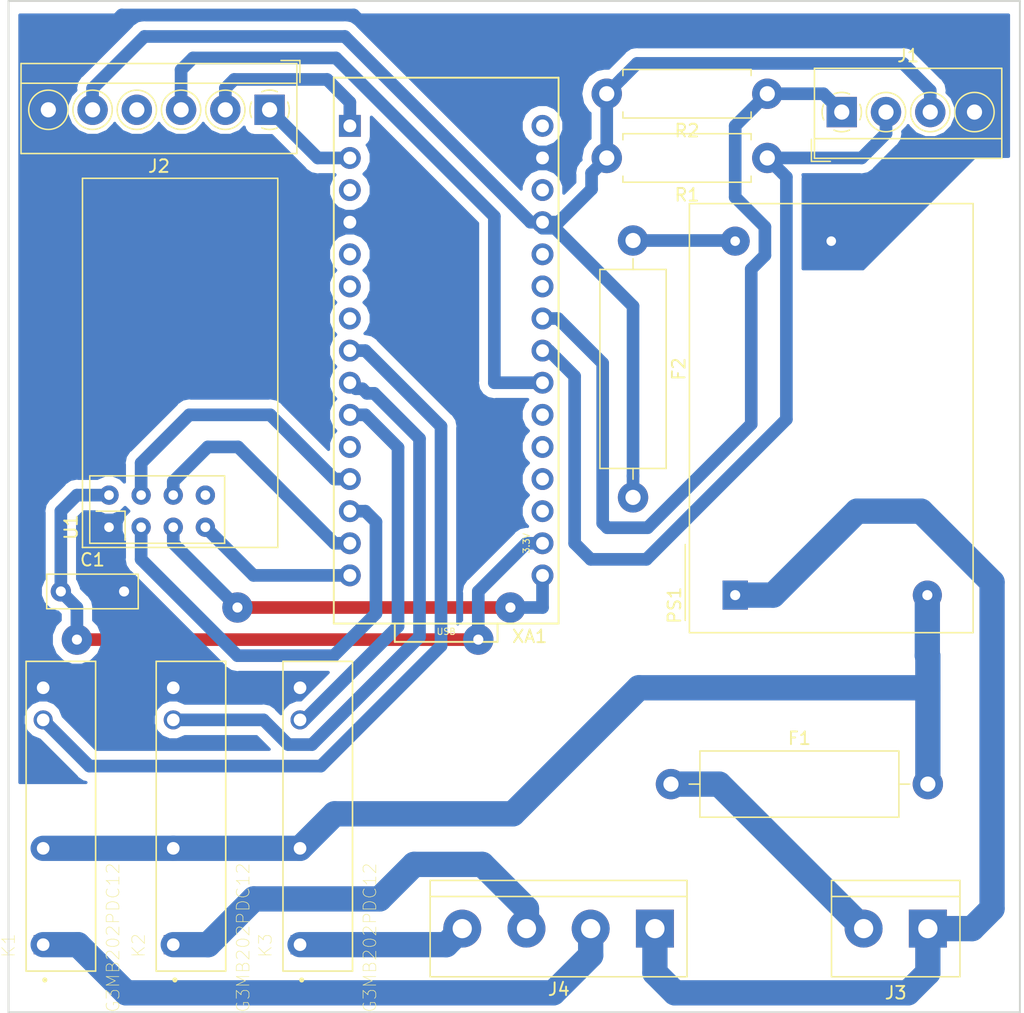
<source format=kicad_pcb>
(kicad_pcb (version 20171130) (host pcbnew "(5.0.1)-4")

  (general
    (thickness 1.6)
    (drawings 4)
    (tracks 195)
    (zones 0)
    (modules 15)
    (nets 39)
  )

  (page A4)
  (layers
    (0 F.Cu signal)
    (31 B.Cu signal)
    (32 B.Adhes user)
    (33 F.Adhes user)
    (34 B.Paste user)
    (35 F.Paste user)
    (36 B.SilkS user)
    (37 F.SilkS user)
    (38 B.Mask user)
    (39 F.Mask user)
    (40 Dwgs.User user)
    (41 Cmts.User user)
    (42 Eco1.User user)
    (43 Eco2.User user)
    (44 Edge.Cuts user)
    (45 Margin user)
    (46 B.CrtYd user)
    (47 F.CrtYd user)
    (48 B.Fab user)
    (49 F.Fab user)
  )

  (setup
    (last_trace_width 1)
    (trace_clearance 0.7)
    (zone_clearance 0.508)
    (zone_45_only no)
    (trace_min 0.2)
    (segment_width 0.2)
    (edge_width 0.15)
    (via_size 2.4)
    (via_drill 0.8)
    (via_min_size 0.4)
    (via_min_drill 0.3)
    (uvia_size 0.3)
    (uvia_drill 0.1)
    (uvias_allowed no)
    (uvia_min_size 0.2)
    (uvia_min_drill 0.1)
    (pcb_text_width 0.3)
    (pcb_text_size 1.5 1.5)
    (mod_edge_width 0.15)
    (mod_text_size 1 1)
    (mod_text_width 0.15)
    (pad_size 1.524 1.524)
    (pad_drill 0.762)
    (pad_to_mask_clearance 0.051)
    (solder_mask_min_width 0.25)
    (aux_axis_origin 100 126)
    (visible_elements 7FFFFFFF)
    (pcbplotparams
      (layerselection 0x01000_fffffffe)
      (usegerberextensions false)
      (usegerberattributes false)
      (usegerberadvancedattributes false)
      (creategerberjobfile false)
      (excludeedgelayer true)
      (linewidth 0.100000)
      (plotframeref false)
      (viasonmask false)
      (mode 1)
      (useauxorigin true)
      (hpglpennumber 1)
      (hpglpenspeed 20)
      (hpglpendiameter 15.000000)
      (psnegative false)
      (psa4output false)
      (plotreference true)
      (plotvalue true)
      (plotinvisibletext false)
      (padsonsilk false)
      (subtractmaskfromsilk false)
      (outputformat 1)
      (mirror false)
      (drillshape 0)
      (scaleselection 1)
      (outputdirectory "C:/Users/fabri/OneDrive/GitHub/Home_controller/Board_VMC_home/Drawing_PCB/VMC_remote/"))
  )

  (net 0 "")
  (net 1 "Net-(F1-Pad1)")
  (net 2 VAC)
  (net 3 +5V)
  (net 4 "Net-(F2-Pad1)")
  (net 5 "Net-(J1-Pad1)")
  (net 6 "Net-(J1-Pad2)")
  (net 7 GND)
  (net 8 "Net-(J2-Pad1)")
  (net 9 "Net-(J2-Pad2)")
  (net 10 "Net-(J2-Pad3)")
  (net 11 "Net-(J2-Pad4)")
  (net 12 "Net-(J3-Pad1)")
  (net 13 "Net-(J4-Pad2)")
  (net 14 "Net-(J4-Pad3)")
  (net 15 "Net-(J4-Pad4)")
  (net 16 "Net-(K1-Pad3)")
  (net 17 "Net-(K2-Pad3)")
  (net 18 "Net-(K3-Pad3)")
  (net 19 "Net-(U1-Pad3)")
  (net 20 "Net-(U1-Pad4)")
  (net 21 "Net-(U1-Pad5)")
  (net 22 "Net-(U1-Pad6)")
  (net 23 "Net-(U1-Pad7)")
  (net 24 "Net-(U1-Pad8)")
  (net 25 "Net-(XA1-PadRST1)")
  (net 26 "Net-(XA1-PadD2)")
  (net 27 "Net-(XA1-PadD3)")
  (net 28 "Net-(XA1-PadD4)")
  (net 29 "Net-(XA1-PadD8)")
  (net 30 +3V3)
  (net 31 "Net-(XA1-PadAREF)")
  (net 32 "Net-(XA1-PadA0)")
  (net 33 "Net-(XA1-PadA1)")
  (net 34 "Net-(XA1-PadA2)")
  (net 35 "Net-(XA1-PadA6)")
  (net 36 "Net-(XA1-PadRST2)")
  (net 37 "Net-(XA1-PadVIN)")
  (net 38 "Net-(XA1-PadA7)")

  (net_class Default "Ceci est la Netclass par défaut."
    (clearance 0.7)
    (trace_width 1)
    (via_dia 2.4)
    (via_drill 0.8)
    (uvia_dia 0.3)
    (uvia_drill 0.1)
    (add_net +3V3)
    (add_net +5V)
    (add_net GND)
    (add_net "Net-(F1-Pad1)")
    (add_net "Net-(F2-Pad1)")
    (add_net "Net-(J1-Pad1)")
    (add_net "Net-(J1-Pad2)")
    (add_net "Net-(J2-Pad1)")
    (add_net "Net-(J2-Pad2)")
    (add_net "Net-(J2-Pad3)")
    (add_net "Net-(J2-Pad4)")
    (add_net "Net-(J3-Pad1)")
    (add_net "Net-(J4-Pad2)")
    (add_net "Net-(J4-Pad3)")
    (add_net "Net-(J4-Pad4)")
    (add_net "Net-(K1-Pad3)")
    (add_net "Net-(K2-Pad3)")
    (add_net "Net-(K3-Pad3)")
    (add_net "Net-(U1-Pad3)")
    (add_net "Net-(U1-Pad4)")
    (add_net "Net-(U1-Pad5)")
    (add_net "Net-(U1-Pad6)")
    (add_net "Net-(U1-Pad7)")
    (add_net "Net-(U1-Pad8)")
    (add_net "Net-(XA1-PadA0)")
    (add_net "Net-(XA1-PadA1)")
    (add_net "Net-(XA1-PadA2)")
    (add_net "Net-(XA1-PadA6)")
    (add_net "Net-(XA1-PadA7)")
    (add_net "Net-(XA1-PadAREF)")
    (add_net "Net-(XA1-PadD2)")
    (add_net "Net-(XA1-PadD3)")
    (add_net "Net-(XA1-PadD4)")
    (add_net "Net-(XA1-PadD8)")
    (add_net "Net-(XA1-PadRST1)")
    (add_net "Net-(XA1-PadRST2)")
    (add_net "Net-(XA1-PadVIN)")
    (add_net VAC)
  )

  (module Resistor_THT:R_Axial_DIN0516_L15.5mm_D5.0mm_P20.32mm_Horizontal (layer F.Cu) (tedit 5AE5139B) (tstamp 5EA02A8B)
    (at 152.4 107.95)
    (descr "Resistor, Axial_DIN0516 series, Axial, Horizontal, pin pitch=20.32mm, 2W, length*diameter=15.5*5mm^2, http://cdn-reichelt.de/documents/datenblatt/B400/1_4W%23YAG.pdf")
    (tags "Resistor Axial_DIN0516 series Axial Horizontal pin pitch 20.32mm 2W length 15.5mm diameter 5mm")
    (path /5E935F4A)
    (fp_text reference F1 (at 10.16 -3.62) (layer F.SilkS)
      (effects (font (size 1 1) (thickness 0.15)))
    )
    (fp_text value Fuse (at 10.16 3.62) (layer F.Fab)
      (effects (font (size 1 1) (thickness 0.15)))
    )
    (fp_line (start 2.41 -2.5) (end 2.41 2.5) (layer F.Fab) (width 0.1))
    (fp_line (start 2.41 2.5) (end 17.91 2.5) (layer F.Fab) (width 0.1))
    (fp_line (start 17.91 2.5) (end 17.91 -2.5) (layer F.Fab) (width 0.1))
    (fp_line (start 17.91 -2.5) (end 2.41 -2.5) (layer F.Fab) (width 0.1))
    (fp_line (start 0 0) (end 2.41 0) (layer F.Fab) (width 0.1))
    (fp_line (start 20.32 0) (end 17.91 0) (layer F.Fab) (width 0.1))
    (fp_line (start 2.29 -2.62) (end 2.29 2.62) (layer F.SilkS) (width 0.12))
    (fp_line (start 2.29 2.62) (end 18.03 2.62) (layer F.SilkS) (width 0.12))
    (fp_line (start 18.03 2.62) (end 18.03 -2.62) (layer F.SilkS) (width 0.12))
    (fp_line (start 18.03 -2.62) (end 2.29 -2.62) (layer F.SilkS) (width 0.12))
    (fp_line (start 1.44 0) (end 2.29 0) (layer F.SilkS) (width 0.12))
    (fp_line (start 18.88 0) (end 18.03 0) (layer F.SilkS) (width 0.12))
    (fp_line (start -1.45 -2.75) (end -1.45 2.75) (layer F.CrtYd) (width 0.05))
    (fp_line (start -1.45 2.75) (end 21.77 2.75) (layer F.CrtYd) (width 0.05))
    (fp_line (start 21.77 2.75) (end 21.77 -2.75) (layer F.CrtYd) (width 0.05))
    (fp_line (start 21.77 -2.75) (end -1.45 -2.75) (layer F.CrtYd) (width 0.05))
    (fp_text user %R (at 10.16 0) (layer F.Fab)
      (effects (font (size 1 1) (thickness 0.15)))
    )
    (pad 1 thru_hole circle (at 0 0) (size 2.4 2.4) (drill 1.2) (layers *.Cu *.Mask)
      (net 1 "Net-(F1-Pad1)"))
    (pad 2 thru_hole oval (at 20.32 0) (size 2.4 2.4) (drill 1.2) (layers *.Cu *.Mask)
      (net 2 VAC))
    (model ${KISYS3DMOD}/Resistor_THT.3dshapes/R_Axial_DIN0516_L15.5mm_D5.0mm_P20.32mm_Horizontal.wrl
      (at (xyz 0 0 0))
      (scale (xyz 1 1 1))
      (rotate (xyz 0 0 0))
    )
  )

  (module Resistor_THT:R_Axial_DIN0516_L15.5mm_D5.0mm_P20.32mm_Horizontal (layer F.Cu) (tedit 5AE5139B) (tstamp 5EA02AA2)
    (at 149.4 64.95 270)
    (descr "Resistor, Axial_DIN0516 series, Axial, Horizontal, pin pitch=20.32mm, 2W, length*diameter=15.5*5mm^2, http://cdn-reichelt.de/documents/datenblatt/B400/1_4W%23YAG.pdf")
    (tags "Resistor Axial_DIN0516 series Axial Horizontal pin pitch 20.32mm 2W length 15.5mm diameter 5mm")
    (path /5E935FFC)
    (fp_text reference F2 (at 10.16 -3.62 270) (layer F.SilkS)
      (effects (font (size 1 1) (thickness 0.15)))
    )
    (fp_text value Fuse (at 10.16 3.62 270) (layer F.Fab)
      (effects (font (size 1 1) (thickness 0.15)))
    )
    (fp_text user %R (at 10.16 0 270) (layer F.Fab)
      (effects (font (size 1 1) (thickness 0.15)))
    )
    (fp_line (start 21.77 -2.75) (end -1.45 -2.75) (layer F.CrtYd) (width 0.05))
    (fp_line (start 21.77 2.75) (end 21.77 -2.75) (layer F.CrtYd) (width 0.05))
    (fp_line (start -1.45 2.75) (end 21.77 2.75) (layer F.CrtYd) (width 0.05))
    (fp_line (start -1.45 -2.75) (end -1.45 2.75) (layer F.CrtYd) (width 0.05))
    (fp_line (start 18.88 0) (end 18.03 0) (layer F.SilkS) (width 0.12))
    (fp_line (start 1.44 0) (end 2.29 0) (layer F.SilkS) (width 0.12))
    (fp_line (start 18.03 -2.62) (end 2.29 -2.62) (layer F.SilkS) (width 0.12))
    (fp_line (start 18.03 2.62) (end 18.03 -2.62) (layer F.SilkS) (width 0.12))
    (fp_line (start 2.29 2.62) (end 18.03 2.62) (layer F.SilkS) (width 0.12))
    (fp_line (start 2.29 -2.62) (end 2.29 2.62) (layer F.SilkS) (width 0.12))
    (fp_line (start 20.32 0) (end 17.91 0) (layer F.Fab) (width 0.1))
    (fp_line (start 0 0) (end 2.41 0) (layer F.Fab) (width 0.1))
    (fp_line (start 17.91 -2.5) (end 2.41 -2.5) (layer F.Fab) (width 0.1))
    (fp_line (start 17.91 2.5) (end 17.91 -2.5) (layer F.Fab) (width 0.1))
    (fp_line (start 2.41 2.5) (end 17.91 2.5) (layer F.Fab) (width 0.1))
    (fp_line (start 2.41 -2.5) (end 2.41 2.5) (layer F.Fab) (width 0.1))
    (pad 2 thru_hole oval (at 20.32 0 270) (size 2.4 2.4) (drill 1.2) (layers *.Cu *.Mask)
      (net 3 +5V))
    (pad 1 thru_hole circle (at 0 0 270) (size 2.4 2.4) (drill 1.2) (layers *.Cu *.Mask)
      (net 4 "Net-(F2-Pad1)"))
    (model ${KISYS3DMOD}/Resistor_THT.3dshapes/R_Axial_DIN0516_L15.5mm_D5.0mm_P20.32mm_Horizontal.wrl
      (at (xyz 0 0 0))
      (scale (xyz 1 1 1))
      (rotate (xyz 0 0 0))
    )
  )

  (module TerminalBlock_4Ucon:TerminalBlock_4Ucon_1x04_P3.50mm_Horizontal (layer F.Cu) (tedit 5B294E91) (tstamp 5EA02AF8)
    (at 165.91 54.79)
    (descr "Terminal Block 4Ucon ItemNo. 20001, 4 pins, pitch 3.5mm, size 14.7x7mm^2, drill diamater 1.2mm, pad diameter 2.4mm, see http://www.4uconnector.com/online/object/4udrawing/20001.pdf, script-generated using https://github.com/pointhi/kicad-footprint-generator/scripts/TerminalBlock_4Ucon")
    (tags "THT Terminal Block 4Ucon ItemNo. 20001 pitch 3.5mm size 14.7x7mm^2 drill 1.2mm pad 2.4mm")
    (path /5E9798D2)
    (fp_text reference J1 (at 5.25 -4.46) (layer F.SilkS)
      (effects (font (size 1 1) (thickness 0.15)))
    )
    (fp_text value out_sensor (at 5.25 4.66) (layer F.Fab)
      (effects (font (size 1 1) (thickness 0.15)))
    )
    (fp_arc (start 0 0) (end 0 1.555) (angle -23) (layer F.SilkS) (width 0.12))
    (fp_arc (start 0 0) (end 1.432 0.608) (angle -46) (layer F.SilkS) (width 0.12))
    (fp_arc (start 0 0) (end 0.608 -1.432) (angle -46) (layer F.SilkS) (width 0.12))
    (fp_arc (start 0 0) (end -1.432 -0.608) (angle -46) (layer F.SilkS) (width 0.12))
    (fp_arc (start 0 0) (end -0.608 1.432) (angle -24) (layer F.SilkS) (width 0.12))
    (fp_circle (center 0 0) (end 1.375 0) (layer F.Fab) (width 0.1))
    (fp_circle (center 3.5 0) (end 4.875 0) (layer F.Fab) (width 0.1))
    (fp_circle (center 3.5 0) (end 5.055 0) (layer F.SilkS) (width 0.12))
    (fp_circle (center 7 0) (end 8.375 0) (layer F.Fab) (width 0.1))
    (fp_circle (center 7 0) (end 8.555 0) (layer F.SilkS) (width 0.12))
    (fp_circle (center 10.5 0) (end 11.875 0) (layer F.Fab) (width 0.1))
    (fp_circle (center 10.5 0) (end 12.055 0) (layer F.SilkS) (width 0.12))
    (fp_line (start -2.1 -3.4) (end 12.6 -3.4) (layer F.Fab) (width 0.1))
    (fp_line (start 12.6 -3.4) (end 12.6 3.6) (layer F.Fab) (width 0.1))
    (fp_line (start 12.6 3.6) (end -0.6 3.6) (layer F.Fab) (width 0.1))
    (fp_line (start -0.6 3.6) (end -2.1 2.1) (layer F.Fab) (width 0.1))
    (fp_line (start -2.1 2.1) (end -2.1 -3.4) (layer F.Fab) (width 0.1))
    (fp_line (start -2.1 2.1) (end 12.6 2.1) (layer F.Fab) (width 0.1))
    (fp_line (start -2.16 2.1) (end 12.66 2.1) (layer F.SilkS) (width 0.12))
    (fp_line (start -2.16 -3.46) (end 12.66 -3.46) (layer F.SilkS) (width 0.12))
    (fp_line (start -2.16 3.66) (end 12.66 3.66) (layer F.SilkS) (width 0.12))
    (fp_line (start -2.16 -3.46) (end -2.16 3.66) (layer F.SilkS) (width 0.12))
    (fp_line (start 12.66 -3.46) (end 12.66 3.66) (layer F.SilkS) (width 0.12))
    (fp_line (start -1.1 -0.069) (end -0.069 -0.069) (layer F.Fab) (width 0.1))
    (fp_line (start -0.069 -0.069) (end -0.069 -1.1) (layer F.Fab) (width 0.1))
    (fp_line (start -0.069 -1.1) (end 0.069 -1.1) (layer F.Fab) (width 0.1))
    (fp_line (start 0.069 -1.1) (end 0.069 -0.069) (layer F.Fab) (width 0.1))
    (fp_line (start 0.069 -0.069) (end 1.1 -0.069) (layer F.Fab) (width 0.1))
    (fp_line (start 1.1 -0.069) (end 1.1 0.069) (layer F.Fab) (width 0.1))
    (fp_line (start 1.1 0.069) (end 0.069 0.069) (layer F.Fab) (width 0.1))
    (fp_line (start 0.069 0.069) (end 0.069 1.1) (layer F.Fab) (width 0.1))
    (fp_line (start 0.069 1.1) (end -0.069 1.1) (layer F.Fab) (width 0.1))
    (fp_line (start -0.069 1.1) (end -0.069 0.069) (layer F.Fab) (width 0.1))
    (fp_line (start -0.069 0.069) (end -1.1 0.069) (layer F.Fab) (width 0.1))
    (fp_line (start -1.1 0.069) (end -1.1 -0.069) (layer F.Fab) (width 0.1))
    (fp_line (start 2.4 -0.069) (end 3.431 -0.069) (layer F.Fab) (width 0.1))
    (fp_line (start 3.431 -0.069) (end 3.431 -1.1) (layer F.Fab) (width 0.1))
    (fp_line (start 3.431 -1.1) (end 3.569 -1.1) (layer F.Fab) (width 0.1))
    (fp_line (start 3.569 -1.1) (end 3.569 -0.069) (layer F.Fab) (width 0.1))
    (fp_line (start 3.569 -0.069) (end 4.6 -0.069) (layer F.Fab) (width 0.1))
    (fp_line (start 4.6 -0.069) (end 4.6 0.069) (layer F.Fab) (width 0.1))
    (fp_line (start 4.6 0.069) (end 3.569 0.069) (layer F.Fab) (width 0.1))
    (fp_line (start 3.569 0.069) (end 3.569 1.1) (layer F.Fab) (width 0.1))
    (fp_line (start 3.569 1.1) (end 3.431 1.1) (layer F.Fab) (width 0.1))
    (fp_line (start 3.431 1.1) (end 3.431 0.069) (layer F.Fab) (width 0.1))
    (fp_line (start 3.431 0.069) (end 2.4 0.069) (layer F.Fab) (width 0.1))
    (fp_line (start 2.4 0.069) (end 2.4 -0.069) (layer F.Fab) (width 0.1))
    (fp_line (start 5.9 -0.069) (end 6.931 -0.069) (layer F.Fab) (width 0.1))
    (fp_line (start 6.931 -0.069) (end 6.931 -1.1) (layer F.Fab) (width 0.1))
    (fp_line (start 6.931 -1.1) (end 7.069 -1.1) (layer F.Fab) (width 0.1))
    (fp_line (start 7.069 -1.1) (end 7.069 -0.069) (layer F.Fab) (width 0.1))
    (fp_line (start 7.069 -0.069) (end 8.1 -0.069) (layer F.Fab) (width 0.1))
    (fp_line (start 8.1 -0.069) (end 8.1 0.069) (layer F.Fab) (width 0.1))
    (fp_line (start 8.1 0.069) (end 7.069 0.069) (layer F.Fab) (width 0.1))
    (fp_line (start 7.069 0.069) (end 7.069 1.1) (layer F.Fab) (width 0.1))
    (fp_line (start 7.069 1.1) (end 6.931 1.1) (layer F.Fab) (width 0.1))
    (fp_line (start 6.931 1.1) (end 6.931 0.069) (layer F.Fab) (width 0.1))
    (fp_line (start 6.931 0.069) (end 5.9 0.069) (layer F.Fab) (width 0.1))
    (fp_line (start 5.9 0.069) (end 5.9 -0.069) (layer F.Fab) (width 0.1))
    (fp_line (start 9.4 -0.069) (end 10.431 -0.069) (layer F.Fab) (width 0.1))
    (fp_line (start 10.431 -0.069) (end 10.431 -1.1) (layer F.Fab) (width 0.1))
    (fp_line (start 10.431 -1.1) (end 10.569 -1.1) (layer F.Fab) (width 0.1))
    (fp_line (start 10.569 -1.1) (end 10.569 -0.069) (layer F.Fab) (width 0.1))
    (fp_line (start 10.569 -0.069) (end 11.6 -0.069) (layer F.Fab) (width 0.1))
    (fp_line (start 11.6 -0.069) (end 11.6 0.069) (layer F.Fab) (width 0.1))
    (fp_line (start 11.6 0.069) (end 10.569 0.069) (layer F.Fab) (width 0.1))
    (fp_line (start 10.569 0.069) (end 10.569 1.1) (layer F.Fab) (width 0.1))
    (fp_line (start 10.569 1.1) (end 10.431 1.1) (layer F.Fab) (width 0.1))
    (fp_line (start 10.431 1.1) (end 10.431 0.069) (layer F.Fab) (width 0.1))
    (fp_line (start 10.431 0.069) (end 9.4 0.069) (layer F.Fab) (width 0.1))
    (fp_line (start 9.4 0.069) (end 9.4 -0.069) (layer F.Fab) (width 0.1))
    (fp_line (start -2.4 2.16) (end -2.4 3.9) (layer F.SilkS) (width 0.12))
    (fp_line (start -2.4 3.9) (end -0.9 3.9) (layer F.SilkS) (width 0.12))
    (fp_line (start -2.6 -3.9) (end -2.6 4.1) (layer F.CrtYd) (width 0.05))
    (fp_line (start -2.6 4.1) (end 13.1 4.1) (layer F.CrtYd) (width 0.05))
    (fp_line (start 13.1 4.1) (end 13.1 -3.9) (layer F.CrtYd) (width 0.05))
    (fp_line (start 13.1 -3.9) (end -2.6 -3.9) (layer F.CrtYd) (width 0.05))
    (fp_text user %R (at 5.25 2.9) (layer F.Fab)
      (effects (font (size 1 1) (thickness 0.15)))
    )
    (pad 1 thru_hole rect (at 0 0) (size 2.4 2.4) (drill 1.2) (layers *.Cu *.Mask)
      (net 5 "Net-(J1-Pad1)"))
    (pad 2 thru_hole circle (at 3.5 0) (size 2.4 2.4) (drill 1.2) (layers *.Cu *.Mask)
      (net 6 "Net-(J1-Pad2)"))
    (pad 3 thru_hole circle (at 7 0) (size 2.4 2.4) (drill 1.2) (layers *.Cu *.Mask)
      (net 3 +5V))
    (pad 4 thru_hole circle (at 10.5 0) (size 2.4 2.4) (drill 1.2) (layers *.Cu *.Mask)
      (net 7 GND))
    (model ${KISYS3DMOD}/TerminalBlock_4Ucon.3dshapes/TerminalBlock_4Ucon_1x04_P3.50mm_Horizontal.wrl
      (at (xyz 0 0 0))
      (scale (xyz 1 1 1))
      (rotate (xyz 0 0 0))
    )
  )

  (module TerminalBlock_4Ucon:TerminalBlock_4Ucon_1x06_P3.50mm_Horizontal (layer F.Cu) (tedit 5B294E92) (tstamp 5EA02B6C)
    (at 120.65 54.61 180)
    (descr "Terminal Block 4Ucon ItemNo. 19964, 6 pins, pitch 3.5mm, size 21.7x7mm^2, drill diamater 1.2mm, pad diameter 2.4mm, see http://www.4uconnector.com/online/object/4udrawing/19964.pdf, script-generated using https://github.com/pointhi/kicad-footprint-generator/scripts/TerminalBlock_4Ucon")
    (tags "THT Terminal Block 4Ucon ItemNo. 19964 pitch 3.5mm size 21.7x7mm^2 drill 1.2mm pad 2.4mm")
    (path /5E9363CD)
    (fp_text reference J2 (at 8.75 -4.46 180) (layer F.SilkS)
      (effects (font (size 1 1) (thickness 0.15)))
    )
    (fp_text value Fan_probe (at 8.75 4.66 180) (layer F.Fab)
      (effects (font (size 1 1) (thickness 0.15)))
    )
    (fp_arc (start 0 0) (end 0 1.555) (angle -23) (layer F.SilkS) (width 0.12))
    (fp_arc (start 0 0) (end 1.432 0.608) (angle -46) (layer F.SilkS) (width 0.12))
    (fp_arc (start 0 0) (end 0.608 -1.432) (angle -46) (layer F.SilkS) (width 0.12))
    (fp_arc (start 0 0) (end -1.432 -0.608) (angle -46) (layer F.SilkS) (width 0.12))
    (fp_arc (start 0 0) (end -0.608 1.432) (angle -24) (layer F.SilkS) (width 0.12))
    (fp_circle (center 0 0) (end 1.375 0) (layer F.Fab) (width 0.1))
    (fp_circle (center 3.5 0) (end 4.875 0) (layer F.Fab) (width 0.1))
    (fp_circle (center 3.5 0) (end 5.055 0) (layer F.SilkS) (width 0.12))
    (fp_circle (center 7 0) (end 8.375 0) (layer F.Fab) (width 0.1))
    (fp_circle (center 7 0) (end 8.555 0) (layer F.SilkS) (width 0.12))
    (fp_circle (center 10.5 0) (end 11.875 0) (layer F.Fab) (width 0.1))
    (fp_circle (center 10.5 0) (end 12.055 0) (layer F.SilkS) (width 0.12))
    (fp_circle (center 14 0) (end 15.375 0) (layer F.Fab) (width 0.1))
    (fp_circle (center 14 0) (end 15.555 0) (layer F.SilkS) (width 0.12))
    (fp_circle (center 17.5 0) (end 18.875 0) (layer F.Fab) (width 0.1))
    (fp_circle (center 17.5 0) (end 19.055 0) (layer F.SilkS) (width 0.12))
    (fp_line (start -2.1 -3.4) (end 19.6 -3.4) (layer F.Fab) (width 0.1))
    (fp_line (start 19.6 -3.4) (end 19.6 3.6) (layer F.Fab) (width 0.1))
    (fp_line (start 19.6 3.6) (end -0.6 3.6) (layer F.Fab) (width 0.1))
    (fp_line (start -0.6 3.6) (end -2.1 2.1) (layer F.Fab) (width 0.1))
    (fp_line (start -2.1 2.1) (end -2.1 -3.4) (layer F.Fab) (width 0.1))
    (fp_line (start -2.1 2.1) (end 19.6 2.1) (layer F.Fab) (width 0.1))
    (fp_line (start -2.16 2.1) (end 19.66 2.1) (layer F.SilkS) (width 0.12))
    (fp_line (start -2.16 -3.46) (end 19.66 -3.46) (layer F.SilkS) (width 0.12))
    (fp_line (start -2.16 3.66) (end 19.66 3.66) (layer F.SilkS) (width 0.12))
    (fp_line (start -2.16 -3.46) (end -2.16 3.66) (layer F.SilkS) (width 0.12))
    (fp_line (start 19.66 -3.46) (end 19.66 3.66) (layer F.SilkS) (width 0.12))
    (fp_line (start -1.1 -0.069) (end -0.069 -0.069) (layer F.Fab) (width 0.1))
    (fp_line (start -0.069 -0.069) (end -0.069 -1.1) (layer F.Fab) (width 0.1))
    (fp_line (start -0.069 -1.1) (end 0.069 -1.1) (layer F.Fab) (width 0.1))
    (fp_line (start 0.069 -1.1) (end 0.069 -0.069) (layer F.Fab) (width 0.1))
    (fp_line (start 0.069 -0.069) (end 1.1 -0.069) (layer F.Fab) (width 0.1))
    (fp_line (start 1.1 -0.069) (end 1.1 0.069) (layer F.Fab) (width 0.1))
    (fp_line (start 1.1 0.069) (end 0.069 0.069) (layer F.Fab) (width 0.1))
    (fp_line (start 0.069 0.069) (end 0.069 1.1) (layer F.Fab) (width 0.1))
    (fp_line (start 0.069 1.1) (end -0.069 1.1) (layer F.Fab) (width 0.1))
    (fp_line (start -0.069 1.1) (end -0.069 0.069) (layer F.Fab) (width 0.1))
    (fp_line (start -0.069 0.069) (end -1.1 0.069) (layer F.Fab) (width 0.1))
    (fp_line (start -1.1 0.069) (end -1.1 -0.069) (layer F.Fab) (width 0.1))
    (fp_line (start 2.4 -0.069) (end 3.431 -0.069) (layer F.Fab) (width 0.1))
    (fp_line (start 3.431 -0.069) (end 3.431 -1.1) (layer F.Fab) (width 0.1))
    (fp_line (start 3.431 -1.1) (end 3.569 -1.1) (layer F.Fab) (width 0.1))
    (fp_line (start 3.569 -1.1) (end 3.569 -0.069) (layer F.Fab) (width 0.1))
    (fp_line (start 3.569 -0.069) (end 4.6 -0.069) (layer F.Fab) (width 0.1))
    (fp_line (start 4.6 -0.069) (end 4.6 0.069) (layer F.Fab) (width 0.1))
    (fp_line (start 4.6 0.069) (end 3.569 0.069) (layer F.Fab) (width 0.1))
    (fp_line (start 3.569 0.069) (end 3.569 1.1) (layer F.Fab) (width 0.1))
    (fp_line (start 3.569 1.1) (end 3.431 1.1) (layer F.Fab) (width 0.1))
    (fp_line (start 3.431 1.1) (end 3.431 0.069) (layer F.Fab) (width 0.1))
    (fp_line (start 3.431 0.069) (end 2.4 0.069) (layer F.Fab) (width 0.1))
    (fp_line (start 2.4 0.069) (end 2.4 -0.069) (layer F.Fab) (width 0.1))
    (fp_line (start 5.9 -0.069) (end 6.931 -0.069) (layer F.Fab) (width 0.1))
    (fp_line (start 6.931 -0.069) (end 6.931 -1.1) (layer F.Fab) (width 0.1))
    (fp_line (start 6.931 -1.1) (end 7.069 -1.1) (layer F.Fab) (width 0.1))
    (fp_line (start 7.069 -1.1) (end 7.069 -0.069) (layer F.Fab) (width 0.1))
    (fp_line (start 7.069 -0.069) (end 8.1 -0.069) (layer F.Fab) (width 0.1))
    (fp_line (start 8.1 -0.069) (end 8.1 0.069) (layer F.Fab) (width 0.1))
    (fp_line (start 8.1 0.069) (end 7.069 0.069) (layer F.Fab) (width 0.1))
    (fp_line (start 7.069 0.069) (end 7.069 1.1) (layer F.Fab) (width 0.1))
    (fp_line (start 7.069 1.1) (end 6.931 1.1) (layer F.Fab) (width 0.1))
    (fp_line (start 6.931 1.1) (end 6.931 0.069) (layer F.Fab) (width 0.1))
    (fp_line (start 6.931 0.069) (end 5.9 0.069) (layer F.Fab) (width 0.1))
    (fp_line (start 5.9 0.069) (end 5.9 -0.069) (layer F.Fab) (width 0.1))
    (fp_line (start 9.4 -0.069) (end 10.431 -0.069) (layer F.Fab) (width 0.1))
    (fp_line (start 10.431 -0.069) (end 10.431 -1.1) (layer F.Fab) (width 0.1))
    (fp_line (start 10.431 -1.1) (end 10.569 -1.1) (layer F.Fab) (width 0.1))
    (fp_line (start 10.569 -1.1) (end 10.569 -0.069) (layer F.Fab) (width 0.1))
    (fp_line (start 10.569 -0.069) (end 11.6 -0.069) (layer F.Fab) (width 0.1))
    (fp_line (start 11.6 -0.069) (end 11.6 0.069) (layer F.Fab) (width 0.1))
    (fp_line (start 11.6 0.069) (end 10.569 0.069) (layer F.Fab) (width 0.1))
    (fp_line (start 10.569 0.069) (end 10.569 1.1) (layer F.Fab) (width 0.1))
    (fp_line (start 10.569 1.1) (end 10.431 1.1) (layer F.Fab) (width 0.1))
    (fp_line (start 10.431 1.1) (end 10.431 0.069) (layer F.Fab) (width 0.1))
    (fp_line (start 10.431 0.069) (end 9.4 0.069) (layer F.Fab) (width 0.1))
    (fp_line (start 9.4 0.069) (end 9.4 -0.069) (layer F.Fab) (width 0.1))
    (fp_line (start 12.9 -0.069) (end 13.931 -0.069) (layer F.Fab) (width 0.1))
    (fp_line (start 13.931 -0.069) (end 13.931 -1.1) (layer F.Fab) (width 0.1))
    (fp_line (start 13.931 -1.1) (end 14.069 -1.1) (layer F.Fab) (width 0.1))
    (fp_line (start 14.069 -1.1) (end 14.069 -0.069) (layer F.Fab) (width 0.1))
    (fp_line (start 14.069 -0.069) (end 15.1 -0.069) (layer F.Fab) (width 0.1))
    (fp_line (start 15.1 -0.069) (end 15.1 0.069) (layer F.Fab) (width 0.1))
    (fp_line (start 15.1 0.069) (end 14.069 0.069) (layer F.Fab) (width 0.1))
    (fp_line (start 14.069 0.069) (end 14.069 1.1) (layer F.Fab) (width 0.1))
    (fp_line (start 14.069 1.1) (end 13.931 1.1) (layer F.Fab) (width 0.1))
    (fp_line (start 13.931 1.1) (end 13.931 0.069) (layer F.Fab) (width 0.1))
    (fp_line (start 13.931 0.069) (end 12.9 0.069) (layer F.Fab) (width 0.1))
    (fp_line (start 12.9 0.069) (end 12.9 -0.069) (layer F.Fab) (width 0.1))
    (fp_line (start 16.4 -0.069) (end 17.431 -0.069) (layer F.Fab) (width 0.1))
    (fp_line (start 17.431 -0.069) (end 17.431 -1.1) (layer F.Fab) (width 0.1))
    (fp_line (start 17.431 -1.1) (end 17.569 -1.1) (layer F.Fab) (width 0.1))
    (fp_line (start 17.569 -1.1) (end 17.569 -0.069) (layer F.Fab) (width 0.1))
    (fp_line (start 17.569 -0.069) (end 18.6 -0.069) (layer F.Fab) (width 0.1))
    (fp_line (start 18.6 -0.069) (end 18.6 0.069) (layer F.Fab) (width 0.1))
    (fp_line (start 18.6 0.069) (end 17.569 0.069) (layer F.Fab) (width 0.1))
    (fp_line (start 17.569 0.069) (end 17.569 1.1) (layer F.Fab) (width 0.1))
    (fp_line (start 17.569 1.1) (end 17.431 1.1) (layer F.Fab) (width 0.1))
    (fp_line (start 17.431 1.1) (end 17.431 0.069) (layer F.Fab) (width 0.1))
    (fp_line (start 17.431 0.069) (end 16.4 0.069) (layer F.Fab) (width 0.1))
    (fp_line (start 16.4 0.069) (end 16.4 -0.069) (layer F.Fab) (width 0.1))
    (fp_line (start -2.4 2.16) (end -2.4 3.9) (layer F.SilkS) (width 0.12))
    (fp_line (start -2.4 3.9) (end -0.9 3.9) (layer F.SilkS) (width 0.12))
    (fp_line (start -2.6 -3.9) (end -2.6 4.1) (layer F.CrtYd) (width 0.05))
    (fp_line (start -2.6 4.1) (end 20.1 4.1) (layer F.CrtYd) (width 0.05))
    (fp_line (start 20.1 4.1) (end 20.1 -3.9) (layer F.CrtYd) (width 0.05))
    (fp_line (start 20.1 -3.9) (end -2.6 -3.9) (layer F.CrtYd) (width 0.05))
    (fp_text user %R (at 8.75 2.9 180) (layer F.Fab)
      (effects (font (size 1 1) (thickness 0.15)))
    )
    (pad 1 thru_hole rect (at 0 0 180) (size 2.4 2.4) (drill 1.2) (layers *.Cu *.Mask)
      (net 8 "Net-(J2-Pad1)"))
    (pad 2 thru_hole circle (at 3.5 0 180) (size 2.4 2.4) (drill 1.2) (layers *.Cu *.Mask)
      (net 9 "Net-(J2-Pad2)"))
    (pad 3 thru_hole circle (at 7 0 180) (size 2.4 2.4) (drill 1.2) (layers *.Cu *.Mask)
      (net 10 "Net-(J2-Pad3)"))
    (pad 4 thru_hole circle (at 10.5 0 180) (size 2.4 2.4) (drill 1.2) (layers *.Cu *.Mask)
      (net 11 "Net-(J2-Pad4)"))
    (pad 5 thru_hole circle (at 14 0 180) (size 2.4 2.4) (drill 1.2) (layers *.Cu *.Mask)
      (net 3 +5V))
    (pad 6 thru_hole circle (at 17.5 0 180) (size 2.4 2.4) (drill 1.2) (layers *.Cu *.Mask)
      (net 7 GND))
    (model ${KISYS3DMOD}/TerminalBlock_4Ucon.3dshapes/TerminalBlock_4Ucon_1x06_P3.50mm_Horizontal.wrl
      (at (xyz 0 0 0))
      (scale (xyz 1 1 1))
      (rotate (xyz 0 0 0))
    )
  )

  (module TerminalBlock:TerminalBlock_bornier-2_P5.08mm (layer F.Cu) (tedit 59FF03AB) (tstamp 5EA02B81)
    (at 172.72 119.38 180)
    (descr "simple 2-pin terminal block, pitch 5.08mm, revamped version of bornier2")
    (tags "terminal block bornier2")
    (path /5E937B9C)
    (fp_text reference J3 (at 2.54 -5.08 180) (layer F.SilkS)
      (effects (font (size 1 1) (thickness 0.15)))
    )
    (fp_text value Power_supply (at 2.54 5.08 180) (layer F.Fab)
      (effects (font (size 1 1) (thickness 0.15)))
    )
    (fp_text user %R (at 2.54 0 180) (layer F.Fab)
      (effects (font (size 1 1) (thickness 0.15)))
    )
    (fp_line (start -2.41 2.55) (end 7.49 2.55) (layer F.Fab) (width 0.1))
    (fp_line (start -2.46 -3.75) (end -2.46 3.75) (layer F.Fab) (width 0.1))
    (fp_line (start -2.46 3.75) (end 7.54 3.75) (layer F.Fab) (width 0.1))
    (fp_line (start 7.54 3.75) (end 7.54 -3.75) (layer F.Fab) (width 0.1))
    (fp_line (start 7.54 -3.75) (end -2.46 -3.75) (layer F.Fab) (width 0.1))
    (fp_line (start 7.62 2.54) (end -2.54 2.54) (layer F.SilkS) (width 0.12))
    (fp_line (start 7.62 3.81) (end 7.62 -3.81) (layer F.SilkS) (width 0.12))
    (fp_line (start 7.62 -3.81) (end -2.54 -3.81) (layer F.SilkS) (width 0.12))
    (fp_line (start -2.54 -3.81) (end -2.54 3.81) (layer F.SilkS) (width 0.12))
    (fp_line (start -2.54 3.81) (end 7.62 3.81) (layer F.SilkS) (width 0.12))
    (fp_line (start -2.71 -4) (end 7.79 -4) (layer F.CrtYd) (width 0.05))
    (fp_line (start -2.71 -4) (end -2.71 4) (layer F.CrtYd) (width 0.05))
    (fp_line (start 7.79 4) (end 7.79 -4) (layer F.CrtYd) (width 0.05))
    (fp_line (start 7.79 4) (end -2.71 4) (layer F.CrtYd) (width 0.05))
    (pad 1 thru_hole rect (at 0 0 180) (size 3 3) (drill 1.52) (layers *.Cu *.Mask)
      (net 12 "Net-(J3-Pad1)"))
    (pad 2 thru_hole circle (at 5.08 0 180) (size 3 3) (drill 1.52) (layers *.Cu *.Mask)
      (net 1 "Net-(F1-Pad1)"))
    (model ${KISYS3DMOD}/TerminalBlock.3dshapes/TerminalBlock_bornier-2_P5.08mm.wrl
      (offset (xyz 2.539999961853027 0 0))
      (scale (xyz 1 1 1))
      (rotate (xyz 0 0 0))
    )
  )

  (module TerminalBlock:TerminalBlock_bornier-4_P5.08mm (layer F.Cu) (tedit 59FF03D1) (tstamp 5EA02B99)
    (at 151.13 119.38 180)
    (descr "simple 4-pin terminal block, pitch 5.08mm, revamped version of bornier4")
    (tags "terminal block bornier4")
    (path /5E936315)
    (fp_text reference J4 (at 7.6 -4.8 180) (layer F.SilkS)
      (effects (font (size 1 1) (thickness 0.15)))
    )
    (fp_text value VMC_terminal (at 7.6 4.75 180) (layer F.Fab)
      (effects (font (size 1 1) (thickness 0.15)))
    )
    (fp_text user %R (at 7.62 0 180) (layer F.Fab)
      (effects (font (size 1 1) (thickness 0.15)))
    )
    (fp_line (start -2.48 2.55) (end 17.72 2.55) (layer F.Fab) (width 0.1))
    (fp_line (start -2.43 3.75) (end -2.48 3.75) (layer F.Fab) (width 0.1))
    (fp_line (start -2.48 3.75) (end -2.48 -3.75) (layer F.Fab) (width 0.1))
    (fp_line (start -2.48 -3.75) (end 17.72 -3.75) (layer F.Fab) (width 0.1))
    (fp_line (start 17.72 -3.75) (end 17.72 3.75) (layer F.Fab) (width 0.1))
    (fp_line (start 17.72 3.75) (end -2.43 3.75) (layer F.Fab) (width 0.1))
    (fp_line (start -2.54 -3.81) (end -2.54 3.81) (layer F.SilkS) (width 0.12))
    (fp_line (start 17.78 3.81) (end 17.78 -3.81) (layer F.SilkS) (width 0.12))
    (fp_line (start 17.78 2.54) (end -2.54 2.54) (layer F.SilkS) (width 0.12))
    (fp_line (start -2.54 -3.81) (end 17.78 -3.81) (layer F.SilkS) (width 0.12))
    (fp_line (start -2.54 3.81) (end 17.78 3.81) (layer F.SilkS) (width 0.12))
    (fp_line (start -2.73 -4) (end 17.97 -4) (layer F.CrtYd) (width 0.05))
    (fp_line (start -2.73 -4) (end -2.73 4) (layer F.CrtYd) (width 0.05))
    (fp_line (start 17.97 4) (end 17.97 -4) (layer F.CrtYd) (width 0.05))
    (fp_line (start 17.97 4) (end -2.73 4) (layer F.CrtYd) (width 0.05))
    (pad 2 thru_hole circle (at 5.08 0 180) (size 3 3) (drill 1.52) (layers *.Cu *.Mask)
      (net 13 "Net-(J4-Pad2)"))
    (pad 3 thru_hole circle (at 10.16 0 180) (size 3 3) (drill 1.52) (layers *.Cu *.Mask)
      (net 14 "Net-(J4-Pad3)"))
    (pad 1 thru_hole rect (at 0 0 180) (size 3 3) (drill 1.52) (layers *.Cu *.Mask)
      (net 12 "Net-(J3-Pad1)"))
    (pad 4 thru_hole circle (at 15.24 0 180) (size 3 3) (drill 1.52) (layers *.Cu *.Mask)
      (net 15 "Net-(J4-Pad4)"))
    (model ${KISYS3DMOD}/TerminalBlock.3dshapes/TerminalBlock_bornier-4_P5.08mm.wrl
      (offset (xyz 7.619999885559082 0 0))
      (scale (xyz 1 1 1))
      (rotate (xyz 0 0 0))
    )
  )

  (module Relay_THT:RELAY_G3MB202PDC12 (layer F.Cu) (tedit 0) (tstamp 5EA02BAF)
    (at 104.14 110.49 90)
    (path /5E935C0F)
    (fp_text reference K1 (at -10.2246 -4.14091 90) (layer F.SilkS)
      (effects (font (size 1.00143 1.00143) (thickness 0.05)))
    )
    (fp_text value G3MB202PDC12 (at -9.6043 4.12759 90) (layer F.SilkS)
      (effects (font (size 1.00306 1.00306) (thickness 0.05)))
    )
    (fp_line (start 12.25 -2.75) (end -12.25 -2.75) (layer F.SilkS) (width 0.127))
    (fp_line (start -12.25 -2.75) (end -12.25 2.75) (layer F.SilkS) (width 0.127))
    (fp_line (start -12.25 2.75) (end 12.25 2.75) (layer F.SilkS) (width 0.127))
    (fp_line (start 12.25 2.75) (end 12.25 -2.75) (layer F.SilkS) (width 0.127))
    (fp_line (start 12.5 3) (end -12.5 3) (layer Eco1.User) (width 0.05))
    (fp_line (start -12.5 3) (end -12.5 -3) (layer Eco1.User) (width 0.05))
    (fp_line (start -12.5 -3) (end 12.5 -3) (layer Eco1.User) (width 0.05))
    (fp_line (start 12.5 -3) (end 12.5 3) (layer Eco1.User) (width 0.05))
    (fp_circle (center -12.954 -1.27) (end -12.854 -1.27) (layer F.SilkS) (width 0.2))
    (fp_line (start 12.25 -2.75) (end -12.25 -2.75) (layer Eco2.User) (width 0.127))
    (fp_line (start -12.25 -2.75) (end -12.25 2.75) (layer Eco2.User) (width 0.127))
    (fp_line (start -12.25 2.75) (end 12.25 2.75) (layer Eco2.User) (width 0.127))
    (fp_line (start 12.25 2.75) (end 12.25 -2.75) (layer Eco2.User) (width 0.127))
    (fp_circle (center -11.43 -1.27) (end -11.33 -1.27) (layer Eco2.User) (width 0.2))
    (pad 4 thru_hole circle (at 10.16 -1.4 270) (size 1.508 1.508) (drill 1) (layers *.Cu *.Mask)
      (net 7 GND))
    (pad 3 thru_hole circle (at 7.62 -1.4 270) (size 1.508 1.508) (drill 1) (layers *.Cu *.Mask)
      (net 16 "Net-(K1-Pad3)"))
    (pad 2 thru_hole circle (at -2.54 -1.4 270) (size 1.508 1.508) (drill 1) (layers *.Cu *.Mask)
      (net 2 VAC))
    (pad 1 thru_hole rect (at -10.16 -1.4 270) (size 1.508 1.508) (drill 1) (layers *.Cu *.Mask)
      (net 13 "Net-(J4-Pad2)"))
  )

  (module Relay_THT:RELAY_G3MB202PDC12 (layer F.Cu) (tedit 0) (tstamp 5EA02BC5)
    (at 114.43 110.49 90)
    (path /5E935D77)
    (fp_text reference K2 (at -10.2246 -4.14091 90) (layer F.SilkS)
      (effects (font (size 1.00143 1.00143) (thickness 0.05)))
    )
    (fp_text value G3MB202PDC12 (at -9.6043 4.12759 90) (layer F.SilkS)
      (effects (font (size 1.00306 1.00306) (thickness 0.05)))
    )
    (fp_line (start 12.25 -2.75) (end -12.25 -2.75) (layer F.SilkS) (width 0.127))
    (fp_line (start -12.25 -2.75) (end -12.25 2.75) (layer F.SilkS) (width 0.127))
    (fp_line (start -12.25 2.75) (end 12.25 2.75) (layer F.SilkS) (width 0.127))
    (fp_line (start 12.25 2.75) (end 12.25 -2.75) (layer F.SilkS) (width 0.127))
    (fp_line (start 12.5 3) (end -12.5 3) (layer Eco1.User) (width 0.05))
    (fp_line (start -12.5 3) (end -12.5 -3) (layer Eco1.User) (width 0.05))
    (fp_line (start -12.5 -3) (end 12.5 -3) (layer Eco1.User) (width 0.05))
    (fp_line (start 12.5 -3) (end 12.5 3) (layer Eco1.User) (width 0.05))
    (fp_circle (center -12.954 -1.27) (end -12.854 -1.27) (layer F.SilkS) (width 0.2))
    (fp_line (start 12.25 -2.75) (end -12.25 -2.75) (layer Eco2.User) (width 0.127))
    (fp_line (start -12.25 -2.75) (end -12.25 2.75) (layer Eco2.User) (width 0.127))
    (fp_line (start -12.25 2.75) (end 12.25 2.75) (layer Eco2.User) (width 0.127))
    (fp_line (start 12.25 2.75) (end 12.25 -2.75) (layer Eco2.User) (width 0.127))
    (fp_circle (center -11.43 -1.27) (end -11.33 -1.27) (layer Eco2.User) (width 0.2))
    (pad 4 thru_hole circle (at 10.16 -1.4 270) (size 1.508 1.508) (drill 1) (layers *.Cu *.Mask)
      (net 7 GND))
    (pad 3 thru_hole circle (at 7.62 -1.4 270) (size 1.508 1.508) (drill 1) (layers *.Cu *.Mask)
      (net 17 "Net-(K2-Pad3)"))
    (pad 2 thru_hole circle (at -2.54 -1.4 270) (size 1.508 1.508) (drill 1) (layers *.Cu *.Mask)
      (net 2 VAC))
    (pad 1 thru_hole rect (at -10.16 -1.4 270) (size 1.508 1.508) (drill 1) (layers *.Cu *.Mask)
      (net 14 "Net-(J4-Pad3)"))
  )

  (module Relay_THT:RELAY_G3MB202PDC12 (layer F.Cu) (tedit 0) (tstamp 5EA02BDB)
    (at 124.46 110.49 90)
    (path /5E935CAE)
    (fp_text reference K3 (at -10.2246 -4.14091 90) (layer F.SilkS)
      (effects (font (size 1.00143 1.00143) (thickness 0.05)))
    )
    (fp_text value G3MB202PDC12 (at -9.6043 4.12759 90) (layer F.SilkS)
      (effects (font (size 1.00306 1.00306) (thickness 0.05)))
    )
    (fp_circle (center -11.43 -1.27) (end -11.33 -1.27) (layer Eco2.User) (width 0.2))
    (fp_line (start 12.25 2.75) (end 12.25 -2.75) (layer Eco2.User) (width 0.127))
    (fp_line (start -12.25 2.75) (end 12.25 2.75) (layer Eco2.User) (width 0.127))
    (fp_line (start -12.25 -2.75) (end -12.25 2.75) (layer Eco2.User) (width 0.127))
    (fp_line (start 12.25 -2.75) (end -12.25 -2.75) (layer Eco2.User) (width 0.127))
    (fp_circle (center -12.954 -1.27) (end -12.854 -1.27) (layer F.SilkS) (width 0.2))
    (fp_line (start 12.5 -3) (end 12.5 3) (layer Eco1.User) (width 0.05))
    (fp_line (start -12.5 -3) (end 12.5 -3) (layer Eco1.User) (width 0.05))
    (fp_line (start -12.5 3) (end -12.5 -3) (layer Eco1.User) (width 0.05))
    (fp_line (start 12.5 3) (end -12.5 3) (layer Eco1.User) (width 0.05))
    (fp_line (start 12.25 2.75) (end 12.25 -2.75) (layer F.SilkS) (width 0.127))
    (fp_line (start -12.25 2.75) (end 12.25 2.75) (layer F.SilkS) (width 0.127))
    (fp_line (start -12.25 -2.75) (end -12.25 2.75) (layer F.SilkS) (width 0.127))
    (fp_line (start 12.25 -2.75) (end -12.25 -2.75) (layer F.SilkS) (width 0.127))
    (pad 1 thru_hole rect (at -10.16 -1.4 270) (size 1.508 1.508) (drill 1) (layers *.Cu *.Mask)
      (net 15 "Net-(J4-Pad4)"))
    (pad 2 thru_hole circle (at -2.54 -1.4 270) (size 1.508 1.508) (drill 1) (layers *.Cu *.Mask)
      (net 2 VAC))
    (pad 3 thru_hole circle (at 7.62 -1.4 270) (size 1.508 1.508) (drill 1) (layers *.Cu *.Mask)
      (net 18 "Net-(K3-Pad3)"))
    (pad 4 thru_hole circle (at 10.16 -1.4 270) (size 1.508 1.508) (drill 1) (layers *.Cu *.Mask)
      (net 7 GND))
  )

  (module Converter_ACDC:Converter_ACDC_MeanWell_IRM-02-xx_THT (layer F.Cu) (tedit 59FEFB72) (tstamp 5EA02BF4)
    (at 157.48 93 90)
    (descr "ACDC-Converter, 2W, Meanwell, IRM-02, THT, https://www.meanwell.co.uk/media/productPDF/IRM-02-spec.pdf")
    (tags "ACDC-Converter 2W THT")
    (path /5E936134)
    (fp_text reference PS1 (at -0.8 -4.8 90) (layer F.SilkS)
      (effects (font (size 1 1) (thickness 0.15)))
    )
    (fp_text value IRM-02-5 (at 15.14 20.15 90) (layer F.Fab)
      (effects (font (size 1 1) (thickness 0.15)))
    )
    (fp_line (start -3.1 18.95) (end -3.1 -3.75) (layer F.CrtYd) (width 0.05))
    (fp_line (start -3.1 -3.75) (end 31.1 -3.75) (layer F.CrtYd) (width 0.05))
    (fp_line (start 31.1 18.95) (end 31.1 -3.75) (layer F.CrtYd) (width 0.05))
    (fp_line (start -3.1 18.95) (end 31.1 18.95) (layer F.CrtYd) (width 0.05))
    (fp_line (start -2.97 18.82) (end -2.97 -3.62) (layer F.SilkS) (width 0.12))
    (fp_line (start 30.97 -3.62) (end 30.97 18.82) (layer F.SilkS) (width 0.12))
    (fp_line (start -2.97 -3.62) (end 30.97 -3.62) (layer F.SilkS) (width 0.12))
    (fp_line (start -2.97 18.82) (end 30.97 18.82) (layer F.SilkS) (width 0.12))
    (fp_line (start -2.85 18.7) (end 30.85 18.7) (layer F.Fab) (width 0.1))
    (fp_line (start 30.85 18.7) (end 30.85 -3.5) (layer F.Fab) (width 0.1))
    (fp_line (start -2.85 18.7) (end -2.85 -3.5) (layer F.Fab) (width 0.1))
    (fp_line (start 1 -3.5) (end 30.85 -3.5) (layer F.Fab) (width 0.1))
    (fp_text user %R (at 14.03 7.47 90) (layer F.Fab)
      (effects (font (size 1 1) (thickness 0.15)))
    )
    (fp_line (start -1 -3.5) (end -2.85 -3.5) (layer F.Fab) (width 0.1))
    (fp_line (start 0 -2.5) (end -1 -3.5) (layer F.Fab) (width 0.1))
    (fp_line (start 1 -3.5) (end 0 -2.5) (layer F.Fab) (width 0.1))
    (fp_line (start -2 -3.95) (end 4 -3.95) (layer F.SilkS) (width 0.12))
    (pad 3 thru_hole circle (at 28 0 90) (size 2.3 2.3) (drill 0.76) (layers *.Cu *.Mask)
      (net 4 "Net-(F2-Pad1)"))
    (pad 1 thru_hole rect (at 0 0 90) (size 2.3 2) (drill 0.8) (layers *.Cu *.Mask)
      (net 12 "Net-(J3-Pad1)"))
    (pad 2 thru_hole circle (at 0 15.2 90) (size 2.3 2.3) (drill 0.8) (layers *.Cu *.Mask)
      (net 2 VAC))
    (pad 4 thru_hole circle (at 28 7.6 90) (size 2.3 2.3) (drill 0.76) (layers *.Cu *.Mask)
      (net 7 GND))
    (model ${KISYS3DMOD}/Converter_ACDC.3dshapes/Converter_ACDC_MeanWell_IRM-02-xx_THT.wrl
      (at (xyz 0 0 0))
      (scale (xyz 1 1 1))
      (rotate (xyz 0 0 0))
    )
  )

  (module Resistor_THT:R_Axial_DIN0411_L9.9mm_D3.6mm_P12.70mm_Horizontal (layer F.Cu) (tedit 5AE5139B) (tstamp 5EA02C0B)
    (at 160.02 58.42 180)
    (descr "Resistor, Axial_DIN0411 series, Axial, Horizontal, pin pitch=12.7mm, 1W, length*diameter=9.9*3.6mm^2")
    (tags "Resistor Axial_DIN0411 series Axial Horizontal pin pitch 12.7mm 1W length 9.9mm diameter 3.6mm")
    (path /5E989D32)
    (fp_text reference R1 (at 6.35 -2.92 180) (layer F.SilkS)
      (effects (font (size 1 1) (thickness 0.15)))
    )
    (fp_text value 5k (at 6.35 2.92 180) (layer F.Fab)
      (effects (font (size 1 1) (thickness 0.15)))
    )
    (fp_text user %R (at 6.35 0 180) (layer F.Fab)
      (effects (font (size 1 1) (thickness 0.15)))
    )
    (fp_line (start 14.15 -2.05) (end -1.45 -2.05) (layer F.CrtYd) (width 0.05))
    (fp_line (start 14.15 2.05) (end 14.15 -2.05) (layer F.CrtYd) (width 0.05))
    (fp_line (start -1.45 2.05) (end 14.15 2.05) (layer F.CrtYd) (width 0.05))
    (fp_line (start -1.45 -2.05) (end -1.45 2.05) (layer F.CrtYd) (width 0.05))
    (fp_line (start 11.42 1.92) (end 11.42 1.44) (layer F.SilkS) (width 0.12))
    (fp_line (start 1.28 1.92) (end 11.42 1.92) (layer F.SilkS) (width 0.12))
    (fp_line (start 1.28 1.44) (end 1.28 1.92) (layer F.SilkS) (width 0.12))
    (fp_line (start 11.42 -1.92) (end 11.42 -1.44) (layer F.SilkS) (width 0.12))
    (fp_line (start 1.28 -1.92) (end 11.42 -1.92) (layer F.SilkS) (width 0.12))
    (fp_line (start 1.28 -1.44) (end 1.28 -1.92) (layer F.SilkS) (width 0.12))
    (fp_line (start 12.7 0) (end 11.3 0) (layer F.Fab) (width 0.1))
    (fp_line (start 0 0) (end 1.4 0) (layer F.Fab) (width 0.1))
    (fp_line (start 11.3 -1.8) (end 1.4 -1.8) (layer F.Fab) (width 0.1))
    (fp_line (start 11.3 1.8) (end 11.3 -1.8) (layer F.Fab) (width 0.1))
    (fp_line (start 1.4 1.8) (end 11.3 1.8) (layer F.Fab) (width 0.1))
    (fp_line (start 1.4 -1.8) (end 1.4 1.8) (layer F.Fab) (width 0.1))
    (pad 2 thru_hole oval (at 12.7 0 180) (size 2.4 2.4) (drill 1.2) (layers *.Cu *.Mask)
      (net 3 +5V))
    (pad 1 thru_hole circle (at 0 0 180) (size 2.4 2.4) (drill 1.2) (layers *.Cu *.Mask)
      (net 6 "Net-(J1-Pad2)"))
    (model ${KISYS3DMOD}/Resistor_THT.3dshapes/R_Axial_DIN0411_L9.9mm_D3.6mm_P12.70mm_Horizontal.wrl
      (at (xyz 0 0 0))
      (scale (xyz 1 1 1))
      (rotate (xyz 0 0 0))
    )
  )

  (module Resistor_THT:R_Axial_DIN0411_L9.9mm_D3.6mm_P12.70mm_Horizontal (layer F.Cu) (tedit 5AE5139B) (tstamp 5EA02C22)
    (at 160.02 53.34 180)
    (descr "Resistor, Axial_DIN0411 series, Axial, Horizontal, pin pitch=12.7mm, 1W, length*diameter=9.9*3.6mm^2")
    (tags "Resistor Axial_DIN0411 series Axial Horizontal pin pitch 12.7mm 1W length 9.9mm diameter 3.6mm")
    (path /5E989CB0)
    (fp_text reference R2 (at 6.35 -2.92 180) (layer F.SilkS)
      (effects (font (size 1 1) (thickness 0.15)))
    )
    (fp_text value 5k (at 6.35 2.92 180) (layer F.Fab)
      (effects (font (size 1 1) (thickness 0.15)))
    )
    (fp_line (start 1.4 -1.8) (end 1.4 1.8) (layer F.Fab) (width 0.1))
    (fp_line (start 1.4 1.8) (end 11.3 1.8) (layer F.Fab) (width 0.1))
    (fp_line (start 11.3 1.8) (end 11.3 -1.8) (layer F.Fab) (width 0.1))
    (fp_line (start 11.3 -1.8) (end 1.4 -1.8) (layer F.Fab) (width 0.1))
    (fp_line (start 0 0) (end 1.4 0) (layer F.Fab) (width 0.1))
    (fp_line (start 12.7 0) (end 11.3 0) (layer F.Fab) (width 0.1))
    (fp_line (start 1.28 -1.44) (end 1.28 -1.92) (layer F.SilkS) (width 0.12))
    (fp_line (start 1.28 -1.92) (end 11.42 -1.92) (layer F.SilkS) (width 0.12))
    (fp_line (start 11.42 -1.92) (end 11.42 -1.44) (layer F.SilkS) (width 0.12))
    (fp_line (start 1.28 1.44) (end 1.28 1.92) (layer F.SilkS) (width 0.12))
    (fp_line (start 1.28 1.92) (end 11.42 1.92) (layer F.SilkS) (width 0.12))
    (fp_line (start 11.42 1.92) (end 11.42 1.44) (layer F.SilkS) (width 0.12))
    (fp_line (start -1.45 -2.05) (end -1.45 2.05) (layer F.CrtYd) (width 0.05))
    (fp_line (start -1.45 2.05) (end 14.15 2.05) (layer F.CrtYd) (width 0.05))
    (fp_line (start 14.15 2.05) (end 14.15 -2.05) (layer F.CrtYd) (width 0.05))
    (fp_line (start 14.15 -2.05) (end -1.45 -2.05) (layer F.CrtYd) (width 0.05))
    (fp_text user %R (at 6.35 0 180) (layer F.Fab)
      (effects (font (size 1 1) (thickness 0.15)))
    )
    (pad 1 thru_hole circle (at 0 0 180) (size 2.4 2.4) (drill 1.2) (layers *.Cu *.Mask)
      (net 5 "Net-(J1-Pad1)"))
    (pad 2 thru_hole oval (at 12.7 0 180) (size 2.4 2.4) (drill 1.2) (layers *.Cu *.Mask)
      (net 3 +5V))
    (model ${KISYS3DMOD}/Resistor_THT.3dshapes/R_Axial_DIN0411_L9.9mm_D3.6mm_P12.70mm_Horizontal.wrl
      (at (xyz 0 0 0))
      (scale (xyz 1 1 1))
      (rotate (xyz 0 0 0))
    )
  )

  (module RF_Module:nRF24L01_Breakout (layer F.Cu) (tedit 5A056C61) (tstamp 5EA02C4C)
    (at 107.95 87.63 90)
    (descr "nRF24L01 breakout board")
    (tags "nRF24L01 adapter breakout")
    (path /5E9358BE)
    (fp_text reference U1 (at 0 -3 90) (layer F.SilkS)
      (effects (font (size 1 1) (thickness 0.15)))
    )
    (fp_text value NRF24L01_Breakout (at 13 5 90) (layer F.Fab)
      (effects (font (size 1 1) (thickness 0.15)))
    )
    (fp_line (start -1.5 -2) (end 27.5 -2) (layer F.Fab) (width 0.1))
    (fp_line (start 27.5 -2) (end 27.5 13.25) (layer F.Fab) (width 0.1))
    (fp_line (start 27.5 13.25) (end -1.5 13.25) (layer F.Fab) (width 0.1))
    (fp_line (start -1.5 13.25) (end -1.5 -2) (layer F.Fab) (width 0.1))
    (fp_line (start -1.5 -2) (end -1.5 -2) (layer F.Fab) (width 0.1))
    (fp_line (start -1.27 -1.27) (end 3.81 -1.27) (layer F.Fab) (width 0.1))
    (fp_line (start 3.81 -1.27) (end 3.81 8.89) (layer F.Fab) (width 0.1))
    (fp_line (start 3.81 8.89) (end -1.27 8.89) (layer F.Fab) (width 0.1))
    (fp_line (start -1.27 8.89) (end -1.27 -1.27) (layer F.Fab) (width 0.1))
    (fp_line (start -1.27 -1.27) (end -1.27 -1.27) (layer F.Fab) (width 0.1))
    (fp_line (start -1.27 -1.524) (end 4.064 -1.524) (layer F.SilkS) (width 0.12))
    (fp_line (start 4.064 -1.524) (end 4.064 9.144) (layer F.SilkS) (width 0.12))
    (fp_line (start 4.064 9.144) (end -1.27 9.144) (layer F.SilkS) (width 0.12))
    (fp_line (start -1.27 9.144) (end -1.27 9.144) (layer F.SilkS) (width 0.12))
    (fp_line (start 1.27 -1.016) (end 1.27 1.27) (layer F.SilkS) (width 0.12))
    (fp_line (start 1.27 1.27) (end -1.016 1.27) (layer F.SilkS) (width 0.12))
    (fp_line (start -1.016 1.27) (end -1.016 1.27) (layer F.SilkS) (width 0.12))
    (fp_line (start -1.6 -2.1) (end 27.6 -2.1) (layer F.SilkS) (width 0.12))
    (fp_line (start 27.6 -2.1) (end 27.6 13.35) (layer F.SilkS) (width 0.12))
    (fp_line (start 27.6 13.35) (end -1.6 13.35) (layer F.SilkS) (width 0.12))
    (fp_line (start -1.6 13.35) (end -1.6 -2.1) (layer F.SilkS) (width 0.12))
    (fp_line (start -1.6 -2.1) (end -1.6 -2.1) (layer F.SilkS) (width 0.12))
    (fp_line (start -1.27 9.144) (end -1.27 -1.524) (layer F.SilkS) (width 0.12))
    (fp_line (start -1.27 -1.524) (end -1.27 -1.524) (layer F.SilkS) (width 0.12))
    (fp_line (start 27.75 -2.25) (end -1.75 -2.25) (layer F.CrtYd) (width 0.05))
    (fp_line (start -1.75 -2.25) (end -1.75 13.5) (layer F.CrtYd) (width 0.05))
    (fp_line (start -1.75 13.5) (end 27.75 13.5) (layer F.CrtYd) (width 0.05))
    (fp_line (start 27.75 13.5) (end 27.75 -2.25) (layer F.CrtYd) (width 0.05))
    (fp_line (start 27.75 -2.25) (end 27.75 -2.25) (layer F.CrtYd) (width 0.05))
    (fp_text user %R (at 12.5 2.5 90) (layer F.Fab)
      (effects (font (size 1 1) (thickness 0.15)))
    )
    (pad 1 thru_hole rect (at 0 0 90) (size 1.524 1.524) (drill 0.762) (layers *.Cu *.Mask)
      (net 7 GND))
    (pad 2 thru_hole circle (at 2.54 0 90) (size 1.524 1.524) (drill 0.762) (layers *.Cu *.Mask)
      (net 30 +3V3))
    (pad 3 thru_hole circle (at 0 2.54 90) (size 1.524 1.524) (drill 0.762) (layers *.Cu *.Mask)
      (net 19 "Net-(U1-Pad3)"))
    (pad 4 thru_hole circle (at 2.54 2.54 90) (size 1.524 1.524) (drill 0.762) (layers *.Cu *.Mask)
      (net 20 "Net-(U1-Pad4)"))
    (pad 5 thru_hole circle (at 0 5.08 90) (size 1.524 1.524) (drill 0.762) (layers *.Cu *.Mask)
      (net 21 "Net-(U1-Pad5)"))
    (pad 6 thru_hole circle (at 2.54 5.08 90) (size 1.524 1.524) (drill 0.762) (layers *.Cu *.Mask)
      (net 22 "Net-(U1-Pad6)"))
    (pad 7 thru_hole circle (at 0 7.62 90) (size 1.524 1.524) (drill 0.762) (layers *.Cu *.Mask)
      (net 23 "Net-(U1-Pad7)"))
    (pad 8 thru_hole circle (at 2.54 7.62 90) (size 1.524 1.524) (drill 0.762) (layers *.Cu *.Mask)
      (net 24 "Net-(U1-Pad8)"))
    (model ${KISYS3DMOD}/RF_Module.3dshapes/nRF24L01_Breakout.wrl
      (at (xyz 0 0 0))
      (scale (xyz 1 1 1))
      (rotate (xyz 0 0 0))
    )
  )

  (module Arduino:Arduino_Nano_Socket (layer F.Cu) (tedit 5E62C21E) (tstamp 5EA02C84)
    (at 134.62 95.25)
    (descr https://store.arduino.cc/arduino-nano)
    (path /5E93596E)
    (fp_text reference XA1 (at 6.604 1.016) (layer F.SilkS)
      (effects (font (size 1 1) (thickness 0.15)))
    )
    (fp_text value Arduino_Nano_Socket (at 0 -21.082 90) (layer F.Fab)
      (effects (font (size 1 1) (thickness 0.15)))
    )
    (fp_line (start -8.89 -43.18) (end -8.89 0) (layer F.SilkS) (width 0.15))
    (fp_line (start 8.89 -43.18) (end 8.89 0) (layer F.SilkS) (width 0.15))
    (fp_line (start -8.89 0) (end 8.89 0) (layer F.SilkS) (width 0.15))
    (fp_line (start -8.89 -43.18) (end 8.89 -43.18) (layer F.SilkS) (width 0.15))
    (fp_line (start 4.064 1.45) (end 4.064 0) (layer F.SilkS) (width 0.15))
    (fp_line (start -4.064 1.45) (end 4.064 1.45) (layer F.SilkS) (width 0.15))
    (fp_line (start -4.064 0) (end -4.064 1.45) (layer F.SilkS) (width 0.15))
    (fp_line (start 9.144 1.778) (end -3.302 1.778) (layer F.CrtYd) (width 0.15))
    (fp_line (start 9.144 -43.434) (end 9.144 1.778) (layer F.CrtYd) (width 0.15))
    (fp_line (start -9.144 -43.434) (end 9.144 -43.434) (layer F.CrtYd) (width 0.15))
    (fp_line (start -9.144 -22.606) (end -9.144 -43.434) (layer F.CrtYd) (width 0.15))
    (fp_line (start -9.144 1.778) (end -9.144 -22.606) (layer F.CrtYd) (width 0.15))
    (fp_line (start -3.302 1.778) (end -9.144 1.778) (layer F.CrtYd) (width 0.15))
    (fp_circle (center -2.54 -41.91) (end -2.032 -41.91) (layer F.Fab) (width 0.15))
    (fp_circle (center 0 -41.91) (end 0.508 -41.91) (layer F.Fab) (width 0.15))
    (fp_circle (center -2.54 -39.37) (end -2.032 -39.37) (layer F.Fab) (width 0.15))
    (fp_circle (center 2.54 -41.91) (end 3.048 -41.91) (layer F.Fab) (width 0.15))
    (fp_circle (center 2.54 -39.37) (end 3.048 -39.37) (layer F.Fab) (width 0.15))
    (fp_circle (center 0 -39.37) (end 0.508 -39.37) (layer F.Fab) (width 0.15))
    (fp_text user ICSP (at 0 -40.64) (layer F.Fab)
      (effects (font (size 1 1) (thickness 0.15)))
    )
    (fp_text user 3.3V (at 6.35 -6.35 90) (layer F.SilkS)
      (effects (font (size 0.5 0.5) (thickness 0.075)))
    )
    (fp_text user USB (at 0 0.635) (layer F.SilkS)
      (effects (font (size 0.5 0.5) (thickness 0.075)))
    )
    (pad D1 thru_hole rect (at -7.62 -39.37) (size 1.7272 1.7272) (drill 1.016) (layers *.Cu *.Mask)
      (net 9 "Net-(J2-Pad2)"))
    (pad D0 thru_hole circle (at -7.62 -36.83) (size 1.7272 1.7272) (drill 1.016) (layers *.Cu *.Mask)
      (net 8 "Net-(J2-Pad1)"))
    (pad RST1 thru_hole circle (at -7.62 -34.29) (size 1.7272 1.7272) (drill 1.016) (layers *.Cu *.Mask)
      (net 25 "Net-(XA1-PadRST1)"))
    (pad GND1 thru_hole circle (at -7.62 -31.75) (size 1.7272 1.7272) (drill 1.016) (layers *.Cu *.Mask)
      (net 7 GND))
    (pad D2 thru_hole circle (at -7.62 -29.21) (size 1.7272 1.7272) (drill 1.016) (layers *.Cu *.Mask)
      (net 26 "Net-(XA1-PadD2)"))
    (pad D3 thru_hole circle (at -7.62 -26.67) (size 1.7272 1.7272) (drill 1.016) (layers *.Cu *.Mask)
      (net 27 "Net-(XA1-PadD3)"))
    (pad D4 thru_hole circle (at -7.62 -24.13) (size 1.7272 1.7272) (drill 1.016) (layers *.Cu *.Mask)
      (net 28 "Net-(XA1-PadD4)"))
    (pad D5 thru_hole circle (at -7.62 -21.59) (size 1.7272 1.7272) (drill 1.016) (layers *.Cu *.Mask)
      (net 16 "Net-(K1-Pad3)"))
    (pad D6 thru_hole circle (at -7.62 -19.05) (size 1.7272 1.7272) (drill 1.016) (layers *.Cu *.Mask)
      (net 17 "Net-(K2-Pad3)"))
    (pad D7 thru_hole circle (at -7.62 -16.51) (size 1.7272 1.7272) (drill 1.016) (layers *.Cu *.Mask)
      (net 18 "Net-(K3-Pad3)"))
    (pad D8 thru_hole circle (at -7.62 -13.97) (size 1.7272 1.7272) (drill 1.016) (layers *.Cu *.Mask)
      (net 29 "Net-(XA1-PadD8)"))
    (pad D9 thru_hole circle (at -7.62 -11.43) (size 1.7272 1.7272) (drill 1.016) (layers *.Cu *.Mask)
      (net 20 "Net-(U1-Pad4)"))
    (pad D10 thru_hole circle (at -7.62 -8.89) (size 1.7272 1.7272) (drill 1.016) (layers *.Cu *.Mask)
      (net 19 "Net-(U1-Pad3)"))
    (pad D11 thru_hole circle (at -7.62 -6.35) (size 1.7272 1.7272) (drill 1.016) (layers *.Cu *.Mask)
      (net 22 "Net-(U1-Pad6)"))
    (pad D12 thru_hole circle (at -7.62 -3.81) (size 1.7272 1.7272) (drill 1.016) (layers *.Cu *.Mask)
      (net 23 "Net-(U1-Pad7)"))
    (pad D13 thru_hole circle (at 7.62 -3.81) (size 1.7272 1.7272) (drill 1.016) (layers *.Cu *.Mask)
      (net 21 "Net-(U1-Pad5)"))
    (pad 3V3 thru_hole circle (at 7.62 -6.35) (size 1.7272 1.7272) (drill 1.016) (layers *.Cu *.Mask)
      (net 30 +3V3))
    (pad AREF thru_hole circle (at 7.62 -8.89) (size 1.7272 1.7272) (drill 1.016) (layers *.Cu *.Mask)
      (net 31 "Net-(XA1-PadAREF)"))
    (pad A0 thru_hole circle (at 7.62 -11.43) (size 1.7272 1.7272) (drill 1.016) (layers *.Cu *.Mask)
      (net 32 "Net-(XA1-PadA0)"))
    (pad A1 thru_hole circle (at 7.62 -13.97) (size 1.7272 1.7272) (drill 1.016) (layers *.Cu *.Mask)
      (net 33 "Net-(XA1-PadA1)"))
    (pad A2 thru_hole circle (at 7.62 -16.51) (size 1.7272 1.7272) (drill 1.016) (layers *.Cu *.Mask)
      (net 34 "Net-(XA1-PadA2)"))
    (pad A3 thru_hole circle (at 7.62 -19.05) (size 1.7272 1.7272) (drill 1.016) (layers *.Cu *.Mask)
      (net 10 "Net-(J2-Pad3)"))
    (pad A4 thru_hole circle (at 7.62 -21.59) (size 1.7272 1.7272) (drill 1.016) (layers *.Cu *.Mask)
      (net 6 "Net-(J1-Pad2)"))
    (pad A5 thru_hole circle (at 7.62 -24.13) (size 1.7272 1.7272) (drill 1.016) (layers *.Cu *.Mask)
      (net 5 "Net-(J1-Pad1)"))
    (pad A6 thru_hole circle (at 7.62 -26.67) (size 1.7272 1.7272) (drill 1.016) (layers *.Cu *.Mask)
      (net 35 "Net-(XA1-PadA6)"))
    (pad A7 thru_hole circle (at 7.62 -29.21) (size 1.7272 1.7272) (drill 1.016) (layers *.Cu *.Mask)
      (net 38 "Net-(XA1-PadA7)"))
    (pad 5V thru_hole circle (at 7.62 -31.75) (size 1.7272 1.7272) (drill 1.016) (layers *.Cu *.Mask)
      (net 3 +5V))
    (pad RST2 thru_hole circle (at 7.62 -34.29) (size 1.7272 1.7272) (drill 1.016) (layers *.Cu *.Mask)
      (net 36 "Net-(XA1-PadRST2)"))
    (pad GND2 thru_hole circle (at 7.62 -36.83) (size 1.7272 1.7272) (drill 1.016) (layers *.Cu *.Mask)
      (net 7 GND))
    (pad VIN thru_hole circle (at 7.62 -39.37) (size 1.7272 1.7272) (drill 1.016) (layers *.Cu *.Mask)
      (net 37 "Net-(XA1-PadVIN)"))
  )

  (module Capacitor_THT:C_Disc_D7.0mm_W2.5mm_P5.00mm (layer F.Cu) (tedit 5AE50EF0) (tstamp 5EAFE02C)
    (at 104.14 92.71)
    (descr "C, Disc series, Radial, pin pitch=5.00mm, , diameter*width=7*2.5mm^2, Capacitor, http://cdn-reichelt.de/documents/datenblatt/B300/DS_KERKO_TC.pdf")
    (tags "C Disc series Radial pin pitch 5.00mm  diameter 7mm width 2.5mm Capacitor")
    (path /5EA422A3)
    (fp_text reference C1 (at 2.5 -2.5) (layer F.SilkS)
      (effects (font (size 1 1) (thickness 0.15)))
    )
    (fp_text value C (at 2.5 2.5) (layer F.Fab)
      (effects (font (size 1 1) (thickness 0.15)))
    )
    (fp_line (start -1 -1.25) (end -1 1.25) (layer F.Fab) (width 0.1))
    (fp_line (start -1 1.25) (end 6 1.25) (layer F.Fab) (width 0.1))
    (fp_line (start 6 1.25) (end 6 -1.25) (layer F.Fab) (width 0.1))
    (fp_line (start 6 -1.25) (end -1 -1.25) (layer F.Fab) (width 0.1))
    (fp_line (start -1.12 -1.37) (end 6.12 -1.37) (layer F.SilkS) (width 0.12))
    (fp_line (start -1.12 1.37) (end 6.12 1.37) (layer F.SilkS) (width 0.12))
    (fp_line (start -1.12 -1.37) (end -1.12 1.37) (layer F.SilkS) (width 0.12))
    (fp_line (start 6.12 -1.37) (end 6.12 1.37) (layer F.SilkS) (width 0.12))
    (fp_line (start -1.25 -1.5) (end -1.25 1.5) (layer F.CrtYd) (width 0.05))
    (fp_line (start -1.25 1.5) (end 6.25 1.5) (layer F.CrtYd) (width 0.05))
    (fp_line (start 6.25 1.5) (end 6.25 -1.5) (layer F.CrtYd) (width 0.05))
    (fp_line (start 6.25 -1.5) (end -1.25 -1.5) (layer F.CrtYd) (width 0.05))
    (fp_text user %R (at 2.5 0) (layer F.Fab)
      (effects (font (size 1 1) (thickness 0.15)))
    )
    (pad 1 thru_hole circle (at 0 0) (size 1.6 1.6) (drill 0.8) (layers *.Cu *.Mask)
      (net 30 +3V3))
    (pad 2 thru_hole circle (at 5 0) (size 1.6 1.6) (drill 0.8) (layers *.Cu *.Mask)
      (net 7 GND))
    (model ${KISYS3DMOD}/Capacitor_THT.3dshapes/C_Disc_D7.0mm_W2.5mm_P5.00mm.wrl
      (at (xyz 0 0 0))
      (scale (xyz 1 1 1))
      (rotate (xyz 0 0 0))
    )
  )

  (gr_line (start 180 126) (end 100 126) (layer Edge.Cuts) (width 0.15))
  (gr_line (start 180 46) (end 180 126) (layer Edge.Cuts) (width 0.15))
  (gr_line (start 100 46) (end 180 46) (layer Edge.Cuts) (width 0.15))
  (gr_line (start 100 46) (end 100 126) (layer Edge.Cuts) (width 0.15))

  (segment (start 156.21 107.95) (end 167.64 119.38) (width 2) (layer B.Cu) (net 1))
  (segment (start 152.4 107.95) (end 156.21 107.95) (width 2) (layer B.Cu) (net 1))
  (segment (start 102.74 113.03) (end 113.03 113.03) (width 2) (layer B.Cu) (net 2))
  (segment (start 123.06 113.03) (end 113.03 113.03) (width 2) (layer B.Cu) (net 2))
  (segment (start 172.68 93) (end 172.68 97.79) (width 2) (layer B.Cu) (net 2))
  (segment (start 172.68 97.79) (end 172.72 97.83) (width 2) (layer B.Cu) (net 2))
  (segment (start 149.86 100.33) (end 172.72 100.33) (width 2) (layer B.Cu) (net 2))
  (segment (start 139.890009 110.299991) (end 149.86 100.33) (width 2) (layer B.Cu) (net 2))
  (segment (start 125.790009 110.299991) (end 139.890009 110.299991) (width 2) (layer B.Cu) (net 2))
  (segment (start 123.06 113.03) (end 125.790009 110.299991) (width 2) (layer B.Cu) (net 2))
  (segment (start 172.72 97.83) (end 172.72 100.33) (width 2) (layer B.Cu) (net 2))
  (segment (start 172.72 100.33) (end 172.72 107.95) (width 2) (layer B.Cu) (net 2))
  (segment (start 141.291953 63.5) (end 142.24 63.5) (width 1) (layer B.Cu) (net 3))
  (segment (start 126.601932 48.809979) (end 141.291953 63.5) (width 1) (layer B.Cu) (net 3))
  (segment (start 110.752965 48.809979) (end 126.601932 48.809979) (width 1) (layer B.Cu) (net 3))
  (segment (start 106.65 52.912944) (end 110.752965 48.809979) (width 1) (layer B.Cu) (net 3))
  (segment (start 106.65 54.61) (end 106.65 52.912944) (width 1) (layer B.Cu) (net 3))
  (segment (start 148.519999 52.140001) (end 147.32 53.34) (width 1) (layer B.Cu) (net 3))
  (segment (start 149.720001 50.939999) (end 148.519999 52.140001) (width 1) (layer B.Cu) (net 3))
  (segment (start 170.757055 50.939999) (end 149.720001 50.939999) (width 1) (layer B.Cu) (net 3))
  (segment (start 172.91 53.092944) (end 170.757055 50.939999) (width 1) (layer B.Cu) (net 3))
  (segment (start 172.91 54.79) (end 172.91 53.092944) (width 1) (layer B.Cu) (net 3))
  (segment (start 147.32 53.34) (end 147.32 58.42) (width 1) (layer B.Cu) (net 3))
  (segment (start 142.24 63.5) (end 143.51 63.5) (width 1) (layer B.Cu) (net 3))
  (segment (start 143.51 63.5) (end 146.120001 60.889999) (width 1) (layer B.Cu) (net 3))
  (segment (start 146.120001 59.619999) (end 147.32 58.42) (width 1) (layer B.Cu) (net 3))
  (segment (start 146.120001 60.889999) (end 146.120001 59.619999) (width 1) (layer B.Cu) (net 3))
  (segment (start 149.4 83.572944) (end 149.4 85.27) (width 1) (layer B.Cu) (net 3))
  (segment (start 149.4 70.14587) (end 149.4 83.572944) (width 1) (layer B.Cu) (net 3))
  (segment (start 143.230529 63.976399) (end 149.4 70.14587) (width 1) (layer B.Cu) (net 3))
  (segment (start 142.24 63.976399) (end 143.230529 63.976399) (width 1) (layer B.Cu) (net 3))
  (segment (start 142.24 63.5) (end 142.24 63.976399) (width 1) (layer B.Cu) (net 3))
  (segment (start 141.291953 63.5) (end 143.51 63.5) (width 1) (layer B.Cu) (net 3))
  (segment (start 157.43 64.95) (end 157.48 65) (width 1) (layer B.Cu) (net 4))
  (segment (start 149.4 64.95) (end 157.43 64.95) (width 1) (layer B.Cu) (net 4))
  (segment (start 164.46 53.34) (end 165.91 54.79) (width 1) (layer B.Cu) (net 5))
  (segment (start 160.02 53.34) (end 164.46 53.34) (width 1) (layer B.Cu) (net 5))
  (segment (start 146.999999 74.658685) (end 146.999999 87.309999) (width 1) (layer B.Cu) (net 5))
  (segment (start 142.24 71.12) (end 143.461314 71.12) (width 1) (layer B.Cu) (net 5))
  (segment (start 143.461314 71.12) (end 146.999999 74.658685) (width 1) (layer B.Cu) (net 5))
  (segment (start 158.820001 54.539999) (end 160.02 53.34) (width 1) (layer B.Cu) (net 5))
  (segment (start 157.48 55.88) (end 158.820001 54.539999) (width 1) (layer B.Cu) (net 5))
  (segment (start 159.830001 63.871999) (end 157.48 61.521998) (width 1) (layer B.Cu) (net 5))
  (segment (start 159.830001 66.128001) (end 159.830001 63.871999) (width 1) (layer B.Cu) (net 5))
  (segment (start 158.75 67.208002) (end 159.830001 66.128001) (width 1) (layer B.Cu) (net 5))
  (segment (start 157.48 61.521998) (end 157.48 55.88) (width 1) (layer B.Cu) (net 5))
  (segment (start 158.75 79.472002) (end 158.75 67.208002) (width 1) (layer B.Cu) (net 5))
  (segment (start 150.552001 87.670001) (end 158.75 79.472002) (width 1) (layer B.Cu) (net 5))
  (segment (start 147.360001 87.670001) (end 150.552001 87.670001) (width 1) (layer B.Cu) (net 5))
  (segment (start 146.999999 87.309999) (end 147.360001 87.670001) (width 1) (layer B.Cu) (net 5))
  (segment (start 169.41 56.487056) (end 169.41 54.79) (width 1) (layer B.Cu) (net 6))
  (segment (start 167.477056 58.42) (end 169.41 56.487056) (width 1) (layer B.Cu) (net 6))
  (segment (start 160.02 58.42) (end 167.477056 58.42) (width 1) (layer B.Cu) (net 6))
  (segment (start 142.24 73.66) (end 142.75413 73.66) (width 1) (layer B.Cu) (net 6))
  (segment (start 142.75413 73.66) (end 144.78 75.68587) (width 1) (layer B.Cu) (net 6))
  (segment (start 144.78 88.9) (end 146.05 90.17) (width 1) (layer B.Cu) (net 6))
  (segment (start 161.219999 59.619999) (end 160.02 58.42) (width 1) (layer B.Cu) (net 6))
  (segment (start 161.530011 59.930011) (end 161.219999 59.619999) (width 1) (layer B.Cu) (net 6))
  (segment (start 161.530011 79.096168) (end 161.530011 59.930011) (width 1) (layer B.Cu) (net 6))
  (segment (start 150.456179 90.17) (end 161.530011 79.096168) (width 1) (layer B.Cu) (net 6))
  (segment (start 146.05 90.17) (end 150.456179 90.17) (width 1) (layer B.Cu) (net 6))
  (segment (start 144.78 75.68587) (end 144.78 88.9) (width 1) (layer B.Cu) (net 6))
  (segment (start 125.778686 63.5) (end 127 63.5) (width 1) (layer B.Cu) (net 7))
  (segment (start 110.342944 63.5) (end 125.778686 63.5) (width 1) (layer B.Cu) (net 7))
  (segment (start 103.15 56.307056) (end 110.342944 63.5) (width 1) (layer B.Cu) (net 7))
  (segment (start 103.15 54.61) (end 103.15 56.307056) (width 1) (layer B.Cu) (net 7))
  (segment (start 166.706345 65) (end 165.08 65) (width 1) (layer B.Cu) (net 7))
  (segment (start 167.897056 65) (end 166.706345 65) (width 1) (layer B.Cu) (net 7))
  (segment (start 176.41 56.487056) (end 167.897056 65) (width 1) (layer B.Cu) (net 7))
  (segment (start 176.41 54.79) (end 176.41 56.487056) (width 1) (layer B.Cu) (net 7))
  (segment (start 141.018686 58.42) (end 142.24 58.42) (width 1) (layer B.Cu) (net 7))
  (segment (start 139.234556 56.63587) (end 141.018686 58.42) (width 1) (layer B.Cu) (net 7))
  (segment (start 138.43 56.63587) (end 139.234556 56.63587) (width 1) (layer B.Cu) (net 7))
  (segment (start 103.15 52.912944) (end 103.15 54.61) (width 1) (layer B.Cu) (net 7))
  (segment (start 108.952975 47.109969) (end 103.15 52.912944) (width 1) (layer B.Cu) (net 7))
  (segment (start 127.306099 47.109969) (end 108.952975 47.109969) (width 1) (layer B.Cu) (net 7))
  (segment (start 136.831999 56.63587) (end 127.306099 47.109969) (width 1) (layer B.Cu) (net 7))
  (segment (start 138.43 56.63587) (end 136.831999 56.63587) (width 1) (layer B.Cu) (net 7))
  (segment (start 103.15 54.61) (end 101.6 56.16) (width 1) (layer B.Cu) (net 7))
  (segment (start 101.6 99.19) (end 102.74 100.33) (width 1) (layer B.Cu) (net 7))
  (segment (start 101.6 56.16) (end 101.6 99.19) (width 1) (layer B.Cu) (net 7))
  (segment (start 123.06 100.33) (end 113.03 100.33) (width 1) (layer B.Cu) (net 7))
  (segment (start 176.41 53.092944) (end 176.41 54.79) (width 1) (layer B.Cu) (net 7))
  (segment (start 172.557045 49.239989) (end 176.41 53.092944) (width 1) (layer B.Cu) (net 7))
  (segment (start 145.825881 49.239989) (end 172.557045 49.239989) (width 1) (layer B.Cu) (net 7))
  (segment (start 138.43 56.63587) (end 145.825881 49.239989) (width 1) (layer B.Cu) (net 7))
  (segment (start 107.95 90.17) (end 107.95 87.63) (width 1) (layer B.Cu) (net 7))
  (segment (start 107.95 100.33) (end 113.03 100.33) (width 1) (layer B.Cu) (net 7))
  (segment (start 102.74 100.33) (end 107.95 100.33) (width 1) (layer B.Cu) (net 7))
  (segment (start 109.14 92.71) (end 107.95 92.71) (width 1) (layer B.Cu) (net 7))
  (segment (start 107.95 92.71) (end 107.95 90.17) (width 1) (layer B.Cu) (net 7))
  (segment (start 109.14 94.06) (end 107.95 95.25) (width 1) (layer B.Cu) (net 7))
  (segment (start 109.14 92.71) (end 109.14 94.06) (width 1) (layer B.Cu) (net 7))
  (segment (start 107.95 100.33) (end 107.95 95.25) (width 1) (layer B.Cu) (net 7))
  (segment (start 107.95 95.25) (end 107.95 92.71) (width 1) (layer B.Cu) (net 7))
  (segment (start 109.14 91.36) (end 107.95 90.17) (width 1) (layer B.Cu) (net 7))
  (segment (start 109.14 92.71) (end 109.14 91.36) (width 1) (layer B.Cu) (net 7))
  (segment (start 124.46 58.42) (end 127 58.42) (width 1) (layer B.Cu) (net 8))
  (segment (start 120.65 54.61) (end 124.46 58.42) (width 1) (layer B.Cu) (net 8))
  (segment (start 127 54.0164) (end 127 55.88) (width 1) (layer B.Cu) (net 9))
  (segment (start 125.193599 52.209999) (end 127 54.0164) (width 1) (layer B.Cu) (net 9))
  (segment (start 117.852945 52.209999) (end 125.193599 52.209999) (width 1) (layer B.Cu) (net 9))
  (segment (start 117.15 52.912944) (end 117.852945 52.209999) (width 1) (layer B.Cu) (net 9))
  (segment (start 117.15 54.61) (end 117.15 52.912944) (width 1) (layer B.Cu) (net 9))
  (segment (start 113.65 54.61) (end 113.65 51.45) (width 1) (layer B.Cu) (net 10))
  (segment (start 114.590011 50.509989) (end 125.897766 50.509989) (width 1) (layer B.Cu) (net 10))
  (segment (start 113.65 51.45) (end 114.590011 50.509989) (width 1) (layer B.Cu) (net 10))
  (segment (start 125.897766 50.509989) (end 138.43 63.042223) (width 1) (layer B.Cu) (net 10))
  (segment (start 138.43 63.042223) (end 138.43 76.2) (width 1) (layer B.Cu) (net 10))
  (segment (start 138.43 76.2) (end 142.24 76.2) (width 1) (layer B.Cu) (net 10))
  (segment (start 151.13 122.88) (end 152.71 124.46) (width 2) (layer B.Cu) (net 12))
  (segment (start 151.13 119.38) (end 151.13 122.88) (width 2) (layer B.Cu) (net 12))
  (segment (start 172.72 122.88) (end 172.72 119.38) (width 2) (layer B.Cu) (net 12))
  (segment (start 171.14 124.46) (end 172.72 122.88) (width 2) (layer B.Cu) (net 12))
  (segment (start 152.71 124.46) (end 171.14 124.46) (width 2) (layer B.Cu) (net 12))
  (segment (start 176.22 119.38) (end 172.72 119.38) (width 2) (layer B.Cu) (net 12))
  (segment (start 157.48 93) (end 160.48 93) (width 2) (layer B.Cu) (net 12))
  (segment (start 167.12 86.36) (end 172.182002 86.36) (width 2) (layer B.Cu) (net 12))
  (segment (start 160.48 93) (end 167.12 86.36) (width 2) (layer B.Cu) (net 12))
  (segment (start 172.182002 86.36) (end 177.8 91.977998) (width 2) (layer B.Cu) (net 12))
  (segment (start 177.8 91.977998) (end 177.8 117.8) (width 2) (layer B.Cu) (net 12))
  (segment (start 177.8 117.8) (end 176.22 119.38) (width 2) (layer B.Cu) (net 12))
  (segment (start 146.05 121.50132) (end 143.09132 124.46) (width 2) (layer B.Cu) (net 13))
  (segment (start 146.05 119.38) (end 146.05 121.50132) (width 2) (layer B.Cu) (net 13))
  (segment (start 105.494 120.65) (end 102.74 120.65) (width 2) (layer B.Cu) (net 13))
  (segment (start 109.304 124.46) (end 105.494 120.65) (width 2) (layer B.Cu) (net 13))
  (segment (start 143.09132 124.46) (end 109.304 124.46) (width 2) (layer B.Cu) (net 13))
  (segment (start 119.40399 117.03001) (end 129.34999 117.03001) (width 2) (layer B.Cu) (net 14))
  (segment (start 113.03 120.65) (end 115.784 120.65) (width 2) (layer B.Cu) (net 14))
  (segment (start 115.784 120.65) (end 119.40399 117.03001) (width 2) (layer B.Cu) (net 14))
  (segment (start 129.34999 117.03001) (end 132.08 114.3) (width 2) (layer B.Cu) (net 14))
  (segment (start 140.97 117.799998) (end 140.97 119.38) (width 2) (layer B.Cu) (net 14))
  (segment (start 137.470002 114.3) (end 140.97 117.799998) (width 2) (layer B.Cu) (net 14))
  (segment (start 132.08 114.3) (end 137.470002 114.3) (width 2) (layer B.Cu) (net 14))
  (segment (start 134.62 120.65) (end 135.89 119.38) (width 2) (layer B.Cu) (net 15))
  (segment (start 123.06 120.65) (end 134.62 120.65) (width 2) (layer B.Cu) (net 15))
  (segment (start 128.221314 73.66) (end 127 73.66) (width 1) (layer B.Cu) (net 16))
  (segment (start 134.21002 79.648706) (end 128.221314 73.66) (width 1) (layer B.Cu) (net 16))
  (segment (start 134.21002 97.016079) (end 134.21002 79.648706) (width 1) (layer B.Cu) (net 16))
  (segment (start 124.702088 106.524011) (end 134.21002 97.016079) (width 1) (layer B.Cu) (net 16))
  (segment (start 106.394011 106.524011) (end 124.702088 106.524011) (width 1) (layer B.Cu) (net 16))
  (segment (start 102.74 102.87) (end 106.394011 106.524011) (width 1) (layer B.Cu) (net 16))
  (segment (start 127.476399 76.676399) (end 127 76.2) (width 1) (layer B.Cu) (net 17))
  (segment (start 128.354121 77.039991) (end 127.990529 76.676399) (width 1) (layer B.Cu) (net 17))
  (segment (start 128.925481 77.039991) (end 128.354121 77.039991) (width 1) (layer B.Cu) (net 17))
  (segment (start 132.51001 80.624519) (end 128.925481 77.039991) (width 1) (layer B.Cu) (net 17))
  (segment (start 132.51001 96.311912) (end 132.51001 80.624519) (width 1) (layer B.Cu) (net 17))
  (segment (start 123.997921 104.824001) (end 132.51001 96.311912) (width 1) (layer B.Cu) (net 17))
  (segment (start 122.122079 104.824001) (end 123.997921 104.824001) (width 1) (layer B.Cu) (net 17))
  (segment (start 120.168078 102.87) (end 122.122079 104.824001) (width 1) (layer B.Cu) (net 17))
  (segment (start 127.990529 76.676399) (end 127.476399 76.676399) (width 1) (layer B.Cu) (net 17))
  (segment (start 113.03 102.87) (end 120.168078 102.87) (width 1) (layer B.Cu) (net 17))
  (segment (start 123.411922 102.87) (end 130.81 95.471922) (width 1) (layer B.Cu) (net 18))
  (segment (start 123.06 102.87) (end 123.411922 102.87) (width 1) (layer B.Cu) (net 18))
  (segment (start 128.221314 78.74) (end 127 78.74) (width 1) (layer B.Cu) (net 18))
  (segment (start 130.81 81.328686) (end 128.221314 78.74) (width 1) (layer B.Cu) (net 18))
  (segment (start 130.81 95.471922) (end 130.81 81.328686) (width 1) (layer B.Cu) (net 18))
  (segment (start 129.063601 87.202287) (end 129.063601 94.456399) (width 1) (layer B.Cu) (net 19))
  (segment (start 127 86.36) (end 128.221314 86.36) (width 1) (layer B.Cu) (net 19))
  (segment (start 128.221314 86.36) (end 129.063601 87.202287) (width 1) (layer B.Cu) (net 19))
  (segment (start 129.063601 94.456399) (end 125.73 97.79) (width 1) (layer B.Cu) (net 19))
  (segment (start 125.73 97.79) (end 118.11 97.79) (width 1) (layer B.Cu) (net 19))
  (segment (start 110.49 90.17) (end 110.49 87.63) (width 1) (layer B.Cu) (net 19))
  (segment (start 118.11 97.79) (end 110.49 90.17) (width 1) (layer B.Cu) (net 19))
  (segment (start 110.49 85.09) (end 110.49 82.55) (width 1) (layer B.Cu) (net 20))
  (segment (start 110.49 82.55) (end 114.3 78.74) (width 1) (layer B.Cu) (net 20))
  (segment (start 125.778686 83.82) (end 127 83.82) (width 1) (layer B.Cu) (net 20))
  (segment (start 120.698686 78.74) (end 125.778686 83.82) (width 1) (layer B.Cu) (net 20))
  (segment (start 114.3 78.74) (end 120.698686 78.74) (width 1) (layer B.Cu) (net 20))
  (via (at 139.7 93.98) (size 2.4) (drill 0.8) (layers F.Cu B.Cu) (net 21))
  (via (at 118.11 93.98) (size 2.4) (drill 0.8) (layers F.Cu B.Cu) (net 21))
  (segment (start 139.7 93.98) (end 118.11 93.98) (width 1) (layer F.Cu) (net 21))
  (segment (start 142.24 91.44) (end 142.24 93.98) (width 1) (layer B.Cu) (net 21))
  (segment (start 142.24 93.98) (end 139.7 93.98) (width 1) (layer B.Cu) (net 21))
  (segment (start 113.03 88.9) (end 118.11 93.98) (width 1) (layer B.Cu) (net 21))
  (segment (start 113.03 87.63) (end 113.03 88.9) (width 1) (layer B.Cu) (net 21))
  (segment (start 125.778686 88.9) (end 118.158686 81.28) (width 1) (layer B.Cu) (net 22))
  (segment (start 127 88.9) (end 125.778686 88.9) (width 1) (layer B.Cu) (net 22))
  (segment (start 113.03 84.01237) (end 113.03 85.09) (width 1) (layer B.Cu) (net 22))
  (segment (start 115.76237 81.28) (end 113.03 84.01237) (width 1) (layer B.Cu) (net 22))
  (segment (start 118.158686 81.28) (end 115.76237 81.28) (width 1) (layer B.Cu) (net 22))
  (segment (start 115.57 87.63) (end 119.38 91.44) (width 1) (layer B.Cu) (net 23))
  (segment (start 119.38 91.44) (end 127 91.44) (width 1) (layer B.Cu) (net 23))
  (segment (start 142.24 88.9) (end 140.97 88.9) (width 1) (layer B.Cu) (net 30))
  (segment (start 140.97 88.9) (end 137.16 92.71) (width 1) (layer B.Cu) (net 30))
  (segment (start 137.16 92.71) (end 137.16 94.119999) (width 1) (layer B.Cu) (net 30))
  (via (at 105.41 96.52) (size 2.4) (drill 0.8) (layers F.Cu B.Cu) (net 30))
  (segment (start 137.16 94.119999) (end 137.16 96.52) (width 1) (layer B.Cu) (net 30))
  (via (at 137.16 96.52) (size 2.4) (drill 0.8) (layers F.Cu B.Cu) (net 30))
  (segment (start 137.16 96.52) (end 105.41 96.52) (width 1) (layer F.Cu) (net 30))
  (segment (start 104.14 92.71) (end 105.41 93.98) (width 1) (layer B.Cu) (net 30))
  (segment (start 105.41 93.98) (end 105.41 96.52) (width 1) (layer B.Cu) (net 30))
  (segment (start 104.14 92.71) (end 104.14 86.36) (width 1) (layer B.Cu) (net 30))
  (segment (start 105.41 85.09) (end 107.95 85.09) (width 1) (layer B.Cu) (net 30))
  (segment (start 104.14 86.36) (end 105.41 85.09) (width 1) (layer B.Cu) (net 30))

  (zone (net 7) (net_name GND) (layer B.Cu) (tstamp 0) (hatch edge 0.508)
    (connect_pads yes (clearance 0.7))
    (min_thickness 0.254)
    (fill yes (arc_segments 16) (thermal_gap 0.508) (thermal_bridge_width 0.508))
    (polygon
      (pts
        (xy 100.33 46.99) (xy 180.34 46.99) (xy 180.34 58.42) (xy 176.53 58.42) (xy 167.64 67.31)
        (xy 162.56 67.31) (xy 162.56 80.01) (xy 151.13 91.44) (xy 144.78 91.44) (xy 144.78 93.98)
        (xy 137.16 100.33) (xy 133.35 100.33) (xy 124.46 107.95) (xy 100.33 107.95)
      )
    )
    (filled_polygon
      (pts
        (xy 179.098 58.293) (xy 176.53 58.293) (xy 176.481399 58.302667) (xy 176.440197 58.330197) (xy 167.587394 67.183)
        (xy 162.857011 67.183) (xy 162.857011 60.060702) (xy 162.883007 59.93001) (xy 162.857011 59.799319) (xy 162.857011 59.799315)
        (xy 162.846605 59.747) (xy 167.346364 59.747) (xy 167.477056 59.772996) (xy 167.607748 59.747) (xy 167.607752 59.747)
        (xy 167.994826 59.670006) (xy 168.433769 59.376713) (xy 168.507804 59.265912) (xy 170.255917 57.5178) (xy 170.366712 57.443769)
        (xy 170.440744 57.332973) (xy 170.440746 57.332971) (xy 170.576363 57.130006) (xy 170.660006 57.004826) (xy 170.737 56.617752)
        (xy 170.737 56.617748) (xy 170.762996 56.487056) (xy 170.737 56.356364) (xy 170.737 56.32961) (xy 171.128407 55.938203)
        (xy 171.16 55.861931) (xy 171.191593 55.938203) (xy 171.761797 56.508407) (xy 172.506805 56.817) (xy 173.313195 56.817)
        (xy 174.058203 56.508407) (xy 174.628407 55.938203) (xy 174.937 55.193195) (xy 174.937 54.386805) (xy 174.628407 53.641797)
        (xy 174.237 53.25039) (xy 174.237 53.223635) (xy 174.262996 53.092943) (xy 174.237 52.962251) (xy 174.237 52.962248)
        (xy 174.160006 52.575174) (xy 173.866713 52.136231) (xy 173.755915 52.062198) (xy 171.787803 50.094087) (xy 171.713768 49.983286)
        (xy 171.274825 49.689993) (xy 170.887751 49.612999) (xy 170.887747 49.612999) (xy 170.757055 49.587003) (xy 170.626363 49.612999)
        (xy 149.850692 49.612999) (xy 149.72 49.587003) (xy 149.589308 49.612999) (xy 149.589305 49.612999) (xy 149.202231 49.689993)
        (xy 148.763288 49.983286) (xy 148.689255 50.094084) (xy 147.674087 51.109253) (xy 147.674084 51.109255) (xy 147.470339 51.313)
        (xy 147.120359 51.313) (xy 146.529104 51.430608) (xy 145.858615 51.878615) (xy 145.410608 52.549104) (xy 145.253289 53.34)
        (xy 145.410608 54.130896) (xy 145.858615 54.801385) (xy 145.993 54.891179) (xy 145.993001 56.868821) (xy 145.858615 56.958615)
        (xy 145.410608 57.629104) (xy 145.253289 58.42) (xy 145.28482 58.578519) (xy 145.274087 58.589253) (xy 145.163289 58.663286)
        (xy 144.869995 59.102229) (xy 144.793001 59.489303) (xy 144.793001 59.489307) (xy 144.767005 59.619999) (xy 144.793001 59.750691)
        (xy 144.793001 60.340338) (xy 143.9306 61.202739) (xy 143.9306 60.623719) (xy 143.673222 60.002352) (xy 143.197648 59.526778)
        (xy 142.576281 59.2694) (xy 141.903719 59.2694) (xy 141.282352 59.526778) (xy 140.806778 60.002352) (xy 140.5494 60.623719)
        (xy 140.5494 60.880786) (xy 135.212333 55.543719) (xy 140.5494 55.543719) (xy 140.5494 56.216281) (xy 140.806778 56.837648)
        (xy 141.282352 57.313222) (xy 141.903719 57.5706) (xy 142.576281 57.5706) (xy 143.197648 57.313222) (xy 143.673222 56.837648)
        (xy 143.9306 56.216281) (xy 143.9306 55.543719) (xy 143.673222 54.922352) (xy 143.197648 54.446778) (xy 142.576281 54.1894)
        (xy 141.903719 54.1894) (xy 141.282352 54.446778) (xy 140.806778 54.922352) (xy 140.5494 55.543719) (xy 135.212333 55.543719)
        (xy 127.63268 47.964067) (xy 127.558645 47.853266) (xy 127.119702 47.559973) (xy 126.732628 47.482979) (xy 126.732624 47.482979)
        (xy 126.601932 47.456983) (xy 126.47124 47.482979) (xy 110.883657 47.482979) (xy 110.752965 47.456983) (xy 110.622273 47.482979)
        (xy 110.622269 47.482979) (xy 110.235195 47.559973) (xy 109.796252 47.853266) (xy 109.722219 47.964064) (xy 105.804086 51.882198)
        (xy 105.693288 51.956231) (xy 105.619255 52.067029) (xy 105.619254 52.06703) (xy 105.399994 52.395175) (xy 105.382973 52.480746)
        (xy 105.323 52.782248) (xy 105.323 52.782252) (xy 105.297004 52.912944) (xy 105.323 53.043636) (xy 105.323 53.07039)
        (xy 104.931593 53.461797) (xy 104.623 54.206805) (xy 104.623 55.013195) (xy 104.931593 55.758203) (xy 105.501797 56.328407)
        (xy 106.246805 56.637) (xy 107.053195 56.637) (xy 107.798203 56.328407) (xy 108.368407 55.758203) (xy 108.4 55.681931)
        (xy 108.431593 55.758203) (xy 109.001797 56.328407) (xy 109.746805 56.637) (xy 110.553195 56.637) (xy 111.298203 56.328407)
        (xy 111.868407 55.758203) (xy 111.9 55.681931) (xy 111.931593 55.758203) (xy 112.501797 56.328407) (xy 113.246805 56.637)
        (xy 114.053195 56.637) (xy 114.798203 56.328407) (xy 115.368407 55.758203) (xy 115.4 55.681931) (xy 115.431593 55.758203)
        (xy 116.001797 56.328407) (xy 116.746805 56.637) (xy 117.553195 56.637) (xy 118.298203 56.328407) (xy 118.641609 55.985001)
        (xy 118.670984 56.132679) (xy 118.853767 56.406233) (xy 119.127321 56.589016) (xy 119.45 56.653201) (xy 120.816541 56.653201)
        (xy 123.429253 59.265914) (xy 123.503287 59.376713) (xy 123.94223 59.670006) (xy 124.329304 59.747) (xy 124.329308 59.747)
        (xy 124.46 59.772996) (xy 124.590692 59.747) (xy 125.82213 59.747) (xy 125.566778 60.002352) (xy 125.3094 60.623719)
        (xy 125.3094 61.296281) (xy 125.566778 61.917648) (xy 126.042352 62.393222) (xy 126.663719 62.6506) (xy 127.336281 62.6506)
        (xy 127.957648 62.393222) (xy 128.433222 61.917648) (xy 128.6906 61.296281) (xy 128.6906 60.623719) (xy 128.433222 60.002352)
        (xy 128.12087 59.69) (xy 128.433222 59.377648) (xy 128.6906 58.756281) (xy 128.6906 58.083719) (xy 128.433222 57.462352)
        (xy 128.370436 57.399566) (xy 128.459833 57.339833) (xy 128.642616 57.066279) (xy 128.706801 56.7436) (xy 128.706801 55.195684)
        (xy 137.103 63.591884) (xy 137.103001 76.0693) (xy 137.077003 76.2) (xy 137.179994 76.71777) (xy 137.473287 77.156713)
        (xy 137.91223 77.450006) (xy 138.299304 77.527) (xy 138.299305 77.527) (xy 138.43 77.552997) (xy 138.560696 77.527)
        (xy 141.06213 77.527) (xy 140.806778 77.782352) (xy 140.5494 78.403719) (xy 140.5494 79.076281) (xy 140.806778 79.697648)
        (xy 141.11913 80.01) (xy 140.806778 80.322352) (xy 140.5494 80.943719) (xy 140.5494 81.616281) (xy 140.806778 82.237648)
        (xy 141.11913 82.55) (xy 140.806778 82.862352) (xy 140.5494 83.483719) (xy 140.5494 84.156281) (xy 140.806778 84.777648)
        (xy 141.11913 85.09) (xy 140.806778 85.402352) (xy 140.5494 86.023719) (xy 140.5494 86.696281) (xy 140.806778 87.317648)
        (xy 141.052555 87.563425) (xy 140.97 87.547004) (xy 140.839308 87.573) (xy 140.839304 87.573) (xy 140.45223 87.649994)
        (xy 140.013287 87.943287) (xy 139.939254 88.054085) (xy 136.314086 91.679254) (xy 136.203287 91.753288) (xy 135.909994 92.192231)
        (xy 135.833 92.579305) (xy 135.833 92.579308) (xy 135.807004 92.71) (xy 135.833 92.840692) (xy 135.833 94.98039)
        (xy 135.53702 95.27637) (xy 135.53702 79.779397) (xy 135.563016 79.648705) (xy 135.53702 79.518013) (xy 135.53702 79.51801)
        (xy 135.460026 79.130936) (xy 135.166733 78.691993) (xy 135.055935 78.61796) (xy 129.252062 72.814088) (xy 129.178027 72.703287)
        (xy 128.739084 72.409994) (xy 128.35201 72.333) (xy 128.352006 72.333) (xy 128.221314 72.307004) (xy 128.199534 72.311336)
        (xy 128.433222 72.077648) (xy 128.6906 71.456281) (xy 128.6906 70.783719) (xy 128.433222 70.162352) (xy 128.12087 69.85)
        (xy 128.433222 69.537648) (xy 128.6906 68.916281) (xy 128.6906 68.243719) (xy 128.433222 67.622352) (xy 128.12087 67.31)
        (xy 128.433222 66.997648) (xy 128.6906 66.376281) (xy 128.6906 65.703719) (xy 128.433222 65.082352) (xy 127.957648 64.606778)
        (xy 127.336281 64.3494) (xy 126.663719 64.3494) (xy 126.042352 64.606778) (xy 125.566778 65.082352) (xy 125.3094 65.703719)
        (xy 125.3094 66.376281) (xy 125.566778 66.997648) (xy 125.87913 67.31) (xy 125.566778 67.622352) (xy 125.3094 68.243719)
        (xy 125.3094 68.916281) (xy 125.566778 69.537648) (xy 125.87913 69.85) (xy 125.566778 70.162352) (xy 125.3094 70.783719)
        (xy 125.3094 71.456281) (xy 125.566778 72.077648) (xy 125.87913 72.39) (xy 125.566778 72.702352) (xy 125.3094 73.323719)
        (xy 125.3094 73.996281) (xy 125.566778 74.617648) (xy 125.87913 74.93) (xy 125.566778 75.242352) (xy 125.3094 75.863719)
        (xy 125.3094 76.536281) (xy 125.566778 77.157648) (xy 125.87913 77.47) (xy 125.566778 77.782352) (xy 125.3094 78.403719)
        (xy 125.3094 79.076281) (xy 125.566778 79.697648) (xy 125.87913 80.01) (xy 125.566778 80.322352) (xy 125.3094 80.943719)
        (xy 125.3094 81.474053) (xy 121.729434 77.894088) (xy 121.655399 77.783287) (xy 121.216456 77.489994) (xy 120.829382 77.413)
        (xy 120.829378 77.413) (xy 120.698686 77.387004) (xy 120.567994 77.413) (xy 114.430692 77.413) (xy 114.3 77.387004)
        (xy 114.169308 77.413) (xy 114.169304 77.413) (xy 113.78223 77.489994) (xy 113.343287 77.783287) (xy 113.269254 77.894085)
        (xy 109.644086 81.519254) (xy 109.533288 81.593287) (xy 109.459255 81.704085) (xy 109.459254 81.704086) (xy 109.239994 82.032231)
        (xy 109.137004 82.55) (xy 109.163001 82.680696) (xy 109.163 84.055815) (xy 108.850096 83.742911) (xy 108.266072 83.501)
        (xy 107.633928 83.501) (xy 107.049904 83.742911) (xy 107.029815 83.763) (xy 105.540691 83.763) (xy 105.409999 83.737004)
        (xy 105.279307 83.763) (xy 105.279304 83.763) (xy 104.89223 83.839994) (xy 104.453287 84.133287) (xy 104.379254 84.244085)
        (xy 103.294086 85.329254) (xy 103.183288 85.403287) (xy 103.109255 85.514085) (xy 103.109254 85.514086) (xy 102.889994 85.842231)
        (xy 102.787004 86.36) (xy 102.813001 86.490696) (xy 102.813 91.736074) (xy 102.760696 91.788378) (xy 102.513 92.38637)
        (xy 102.513 93.03363) (xy 102.760696 93.631622) (xy 103.218378 94.089304) (xy 103.81637 94.337) (xy 103.890339 94.337)
        (xy 104.083 94.529661) (xy 104.083 94.98039) (xy 103.691593 95.371797) (xy 103.383 96.116805) (xy 103.383 96.923195)
        (xy 103.691593 97.668203) (xy 104.261797 98.238407) (xy 105.006805 98.547) (xy 105.813195 98.547) (xy 106.558203 98.238407)
        (xy 107.128407 97.668203) (xy 107.437 96.923195) (xy 107.437 96.116805) (xy 107.128407 95.371797) (xy 106.737 94.98039)
        (xy 106.737 94.110691) (xy 106.762996 93.979999) (xy 106.737 93.849305) (xy 106.737 93.849304) (xy 106.660006 93.46223)
        (xy 106.613915 93.39325) (xy 106.440746 93.134085) (xy 106.440744 93.134083) (xy 106.366712 93.023287) (xy 106.255917 92.949256)
        (xy 105.767 92.460339) (xy 105.767 92.38637) (xy 105.519304 91.788378) (xy 105.467 91.736074) (xy 105.467 86.90966)
        (xy 105.959661 86.417) (xy 107.029815 86.417) (xy 107.049904 86.437089) (xy 107.633928 86.679) (xy 108.266072 86.679)
        (xy 108.850096 86.437089) (xy 109.22 86.067185) (xy 109.512815 86.36) (xy 109.142911 86.729904) (xy 108.901 87.313928)
        (xy 108.901 87.946072) (xy 109.142911 88.530096) (xy 109.163001 88.550186) (xy 109.163 90.039308) (xy 109.137004 90.17)
        (xy 109.163 90.300692) (xy 109.163 90.300695) (xy 109.239994 90.687769) (xy 109.533287 91.126712) (xy 109.644086 91.200746)
        (xy 117.079254 98.635915) (xy 117.153287 98.746713) (xy 117.59223 99.040006) (xy 117.979304 99.117) (xy 117.979307 99.117)
        (xy 118.109999 99.142996) (xy 118.240691 99.117) (xy 125.288262 99.117) (xy 123.116262 101.289) (xy 122.745519 101.289)
        (xy 122.164435 101.529693) (xy 121.719693 101.974435) (xy 121.552592 102.377853) (xy 121.198826 102.024088) (xy 121.124791 101.913287)
        (xy 120.685848 101.619994) (xy 120.298774 101.543) (xy 120.29877 101.543) (xy 120.168078 101.517004) (xy 120.037386 101.543)
        (xy 113.938872 101.543) (xy 113.925565 101.529693) (xy 113.344481 101.289) (xy 112.715519 101.289) (xy 112.134435 101.529693)
        (xy 111.689693 101.974435) (xy 111.449 102.555519) (xy 111.449 103.184481) (xy 111.689693 103.765565) (xy 112.134435 104.210307)
        (xy 112.715519 104.451) (xy 113.344481 104.451) (xy 113.925565 104.210307) (xy 113.938872 104.197) (xy 119.618418 104.197)
        (xy 120.618428 105.197011) (xy 106.943672 105.197011) (xy 104.321 102.57434) (xy 104.321 102.555519) (xy 104.080307 101.974435)
        (xy 103.635565 101.529693) (xy 103.054481 101.289) (xy 102.425519 101.289) (xy 101.844435 101.529693) (xy 101.399693 101.974435)
        (xy 101.159 102.555519) (xy 101.159 103.184481) (xy 101.399693 103.765565) (xy 101.844435 104.210307) (xy 102.425519 104.451)
        (xy 102.44434 104.451) (xy 105.363265 107.369926) (xy 105.437298 107.480724) (xy 105.876241 107.774017) (xy 106.122495 107.823)
        (xy 100.902 107.823) (xy 100.902 47.117) (xy 179.098 47.117)
      )
    )
  )
)

</source>
